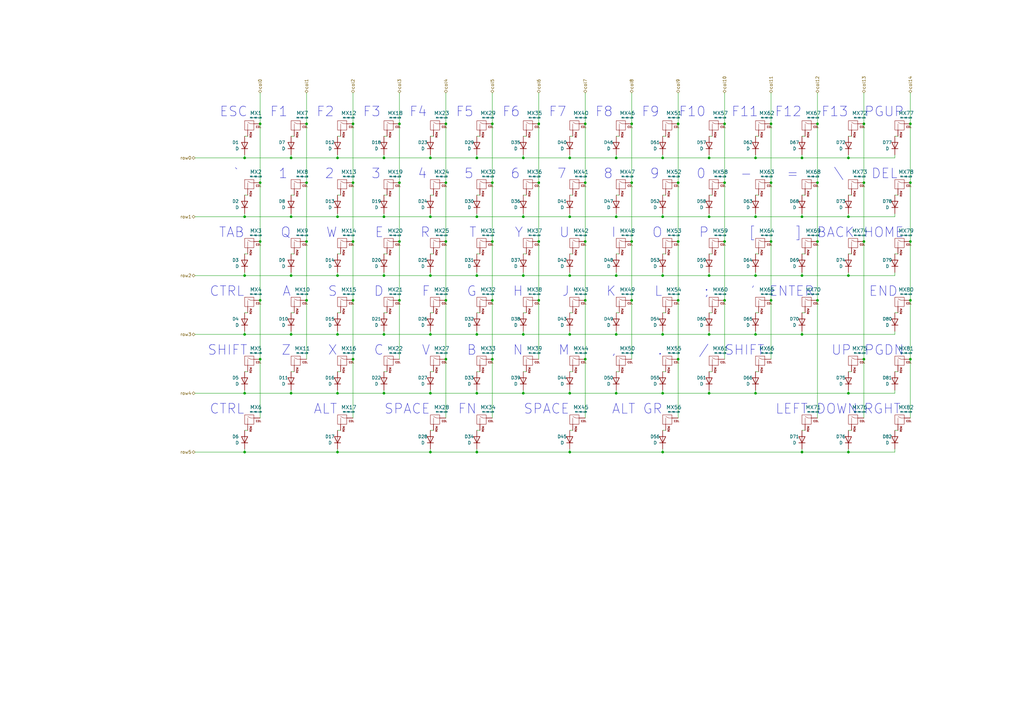
<source format=kicad_sch>
(kicad_sch (version 20211123) (generator eeschema)
  (paper "A3")
  (junction (at 354.33 50.8))
  (junction (at 119.38 88.9))
  (junction (at 163.83 74.93))
  (junction (at 119.38 137.16))
  (junction (at 100.33 137.16))
  (junction (at 100.33 185.42))
  (junction (at 354.33 99.06))
  (junction (at 233.68 113.03))
  (junction (at 182.88 99.06))
  (junction (at 163.83 50.8))
  (junction (at 176.53 88.9))
  (junction (at 271.78 161.29))
  (junction (at 328.93 88.9))
  (junction (at 259.08 123.19))
  (junction (at 335.28 99.06))
  (junction (at 144.78 99.06))
  (junction (at 119.38 113.03))
  (junction (at 309.88 161.29))
  (junction (at 252.73 113.03))
  (junction (at 278.13 147.32))
  (junction (at 220.98 74.93))
  (junction (at 176.53 161.29))
  (junction (at 214.63 88.9))
  (junction (at 106.68 123.19))
  (junction (at 119.38 64.77))
  (junction (at 259.08 99.06))
  (junction (at 373.38 147.32))
  (junction (at 195.58 137.16))
  (junction (at 125.73 74.93))
  (junction (at 316.23 99.06))
  (junction (at 201.93 123.19))
  (junction (at 271.78 64.77))
  (junction (at 163.83 123.19))
  (junction (at 335.28 74.93))
  (junction (at 278.13 50.8))
  (junction (at 201.93 99.06))
  (junction (at 220.98 50.8))
  (junction (at 214.63 64.77))
  (junction (at 176.53 113.03))
  (junction (at 182.88 50.8))
  (junction (at 290.83 137.16))
  (junction (at 290.83 64.77))
  (junction (at 309.88 113.03))
  (junction (at 347.98 64.77))
  (junction (at 214.63 113.03))
  (junction (at 125.73 50.8))
  (junction (at 106.68 74.93))
  (junction (at 259.08 50.8))
  (junction (at 214.63 137.16))
  (junction (at 182.88 123.19))
  (junction (at 297.18 50.8))
  (junction (at 195.58 64.77))
  (junction (at 125.73 99.06))
  (junction (at 328.93 64.77))
  (junction (at 297.18 99.06))
  (junction (at 220.98 123.19))
  (junction (at 335.28 50.8))
  (junction (at 278.13 123.19))
  (junction (at 157.48 64.77))
  (junction (at 195.58 88.9))
  (junction (at 347.98 161.29))
  (junction (at 176.53 185.42))
  (junction (at 354.33 147.32))
  (junction (at 182.88 74.93))
  (junction (at 297.18 123.19))
  (junction (at 106.68 50.8))
  (junction (at 144.78 74.93))
  (junction (at 290.83 88.9))
  (junction (at 240.03 147.32))
  (junction (at 138.43 88.9))
  (junction (at 328.93 113.03))
  (junction (at 347.98 88.9))
  (junction (at 201.93 50.8))
  (junction (at 328.93 137.16))
  (junction (at 125.73 123.19))
  (junction (at 144.78 50.8))
  (junction (at 100.33 64.77))
  (junction (at 195.58 161.29))
  (junction (at 316.23 123.19))
  (junction (at 373.38 99.06))
  (junction (at 176.53 137.16))
  (junction (at 271.78 185.42))
  (junction (at 233.68 161.29))
  (junction (at 233.68 88.9))
  (junction (at 252.73 64.77))
  (junction (at 233.68 137.16))
  (junction (at 271.78 137.16))
  (junction (at 138.43 137.16))
  (junction (at 240.03 99.06))
  (junction (at 259.08 74.93))
  (junction (at 252.73 161.29))
  (junction (at 347.98 185.42))
  (junction (at 271.78 113.03))
  (junction (at 138.43 113.03))
  (junction (at 252.73 137.16))
  (junction (at 278.13 74.93))
  (junction (at 100.33 113.03))
  (junction (at 373.38 74.93))
  (junction (at 373.38 50.8))
  (junction (at 144.78 123.19))
  (junction (at 233.68 185.42))
  (junction (at 144.78 147.32))
  (junction (at 138.43 161.29))
  (junction (at 157.48 161.29))
  (junction (at 316.23 74.93))
  (junction (at 106.68 147.32))
  (junction (at 163.83 99.06))
  (junction (at 328.93 185.42))
  (junction (at 252.73 88.9))
  (junction (at 309.88 137.16))
  (junction (at 182.88 147.32))
  (junction (at 214.63 161.29))
  (junction (at 195.58 113.03))
  (junction (at 138.43 185.42))
  (junction (at 354.33 74.93))
  (junction (at 335.28 123.19))
  (junction (at 119.38 161.29))
  (junction (at 297.18 74.93))
  (junction (at 278.13 99.06))
  (junction (at 201.93 147.32))
  (junction (at 240.03 123.19))
  (junction (at 233.68 64.77))
  (junction (at 290.83 161.29))
  (junction (at 309.88 88.9))
  (junction (at 347.98 113.03))
  (junction (at 157.48 113.03))
  (junction (at 157.48 88.9))
  (junction (at 201.93 74.93))
  (junction (at 106.68 99.06))
  (junction (at 220.98 99.06))
  (junction (at 240.03 74.93))
  (junction (at 176.53 64.77))
  (junction (at 195.58 185.42))
  (junction (at 290.83 113.03))
  (junction (at 240.03 50.8))
  (junction (at 100.33 161.29))
  (junction (at 373.38 123.19))
  (junction (at 271.78 88.9))
  (junction (at 100.33 88.9))
  (junction (at 316.23 50.8))
  (junction (at 309.88 64.77))
  (junction (at 138.43 64.77))
  (junction (at 157.48 137.16))
  (wire (pts (xy 119.38 128.27) (xy 120.65 128.27)))
  (wire (pts (xy 163.83 50.8) (xy 163.83 74.93)))
  (wire (pts (xy 271.78 111.76) (xy 271.78 113.03)))
  (wire (pts (xy 373.38 147.32) (xy 373.38 171.45)))
  (wire (pts (xy 290.83 161.29) (xy 309.88 161.29)))
  (wire (pts (xy 176.53 160.02) (xy 176.53 161.29)))
  (wire (pts (xy 328.93 137.16) (xy 367.03 137.16)))
  (wire (pts (xy 347.98 113.03) (xy 367.03 113.03)))
  (wire (pts (xy 182.88 74.93) (xy 182.88 99.06)))
  (wire (pts (xy 157.48 63.5) (xy 157.48 64.77)))
  (wire (pts (xy 176.53 137.16) (xy 195.58 137.16)))
  (wire (pts (xy 176.53 55.88) (xy 177.8 55.88)))
  (wire (pts (xy 119.38 161.29) (xy 138.43 161.29)))
  (wire (pts (xy 309.88 160.02) (xy 309.88 161.29)))
  (wire (pts (xy 176.53 184.15) (xy 176.53 185.42)))
  (wire (pts (xy 195.58 137.16) (xy 214.63 137.16)))
  (wire (pts (xy 347.98 80.01) (xy 349.25 80.01)))
  (wire (pts (xy 290.83 113.03) (xy 309.88 113.03)))
  (wire (pts (xy 278.13 123.19) (xy 278.13 147.32)))
  (wire (pts (xy 252.73 161.29) (xy 271.78 161.29)))
  (wire (pts (xy 233.68 128.27) (xy 234.95 128.27)))
  (wire (pts (xy 100.33 63.5) (xy 100.33 64.77)))
  (wire (pts (xy 100.33 161.29) (xy 119.38 161.29)))
  (wire (pts (xy 290.83 63.5) (xy 290.83 64.77)))
  (wire (pts (xy 119.38 152.4) (xy 120.65 152.4)))
  (wire (pts (xy 252.73 55.88) (xy 254 55.88)))
  (wire (pts (xy 290.83 137.16) (xy 309.88 137.16)))
  (wire (pts (xy 309.88 55.88) (xy 311.15 55.88)))
  (wire (pts (xy 271.78 137.16) (xy 290.83 137.16)))
  (wire (pts (xy 144.78 74.93) (xy 144.78 99.06)))
  (wire (pts (xy 201.93 74.93) (xy 201.93 99.06)))
  (wire (pts (xy 335.28 74.93) (xy 335.28 99.06)))
  (wire (pts (xy 328.93 111.76) (xy 328.93 113.03)))
  (wire (pts (xy 106.68 123.19) (xy 106.68 147.32)))
  (wire (pts (xy 138.43 63.5) (xy 138.43 64.77)))
  (wire (pts (xy 252.73 64.77) (xy 271.78 64.77)))
  (wire (pts (xy 176.53 63.5) (xy 176.53 64.77)))
  (wire (pts (xy 240.03 123.19) (xy 240.03 147.32)))
  (wire (pts (xy 252.73 152.4) (xy 254 152.4)))
  (wire (pts (xy 195.58 63.5) (xy 195.58 64.77)))
  (wire (pts (xy 271.78 135.89) (xy 271.78 137.16)))
  (wire (pts (xy 106.68 38.1) (xy 106.68 50.8)))
  (wire (pts (xy 138.43 88.9) (xy 157.48 88.9)))
  (wire (pts (xy 347.98 88.9) (xy 367.03 88.9)))
  (wire (pts (xy 354.33 74.93) (xy 354.33 99.06)))
  (wire (pts (xy 240.03 74.93) (xy 240.03 99.06)))
  (wire (pts (xy 176.53 161.29) (xy 195.58 161.29)))
  (wire (pts (xy 138.43 185.42) (xy 176.53 185.42)))
  (wire (pts (xy 271.78 64.77) (xy 290.83 64.77)))
  (wire (pts (xy 195.58 128.27) (xy 196.85 128.27)))
  (wire (pts (xy 138.43 152.4) (xy 139.7 152.4)))
  (wire (pts (xy 157.48 135.89) (xy 157.48 137.16)))
  (wire (pts (xy 80.01 88.9) (xy 100.33 88.9)))
  (wire (pts (xy 271.78 128.27) (xy 273.05 128.27)))
  (wire (pts (xy 100.33 113.03) (xy 119.38 113.03)))
  (wire (pts (xy 119.38 111.76) (xy 119.38 113.03)))
  (wire (pts (xy 252.73 137.16) (xy 271.78 137.16)))
  (wire (pts (xy 290.83 160.02) (xy 290.83 161.29)))
  (wire (pts (xy 138.43 161.29) (xy 157.48 161.29)))
  (wire (pts (xy 347.98 104.14) (xy 349.25 104.14)))
  (wire (pts (xy 367.03 111.76) (xy 367.03 113.03)))
  (wire (pts (xy 195.58 176.53) (xy 196.85 176.53)))
  (wire (pts (xy 176.53 152.4) (xy 177.8 152.4)))
  (wire (pts (xy 157.48 104.14) (xy 158.75 104.14)))
  (wire (pts (xy 278.13 74.93) (xy 278.13 99.06)))
  (wire (pts (xy 367.03 176.53) (xy 368.3 176.53)))
  (wire (pts (xy 233.68 64.77) (xy 252.73 64.77)))
  (wire (pts (xy 271.78 104.14) (xy 273.05 104.14)))
  (wire (pts (xy 233.68 184.15) (xy 233.68 185.42)))
  (wire (pts (xy 80.01 161.29) (xy 100.33 161.29)))
  (wire (pts (xy 335.28 50.8) (xy 335.28 74.93)))
  (wire (pts (xy 259.08 38.1) (xy 259.08 50.8)))
  (wire (pts (xy 233.68 152.4) (xy 234.95 152.4)))
  (wire (pts (xy 176.53 185.42) (xy 195.58 185.42)))
  (wire (pts (xy 201.93 99.06) (xy 201.93 123.19)))
  (wire (pts (xy 195.58 55.88) (xy 196.85 55.88)))
  (wire (pts (xy 163.83 99.06) (xy 163.83 123.19)))
  (wire (pts (xy 309.88 111.76) (xy 309.88 113.03)))
  (wire (pts (xy 316.23 50.8) (xy 316.23 74.93)))
  (wire (pts (xy 125.73 74.93) (xy 125.73 99.06)))
  (wire (pts (xy 201.93 123.19) (xy 201.93 147.32)))
  (wire (pts (xy 157.48 88.9) (xy 176.53 88.9)))
  (wire (pts (xy 80.01 185.42) (xy 100.33 185.42)))
  (wire (pts (xy 214.63 152.4) (xy 215.9 152.4)))
  (wire (pts (xy 309.88 87.63) (xy 309.88 88.9)))
  (wire (pts (xy 157.48 80.01) (xy 158.75 80.01)))
  (wire (pts (xy 233.68 111.76) (xy 233.68 113.03)))
  (wire (pts (xy 214.63 63.5) (xy 214.63 64.77)))
  (wire (pts (xy 201.93 50.8) (xy 201.93 74.93)))
  (wire (pts (xy 367.03 87.63) (xy 367.03 88.9)))
  (wire (pts (xy 100.33 55.88) (xy 101.6 55.88)))
  (wire (pts (xy 144.78 123.19) (xy 144.78 147.32)))
  (wire (pts (xy 119.38 160.02) (xy 119.38 161.29)))
  (wire (pts (xy 138.43 104.14) (xy 139.7 104.14)))
  (wire (pts (xy 347.98 160.02) (xy 347.98 161.29)))
  (wire (pts (xy 309.88 104.14) (xy 311.15 104.14)))
  (wire (pts (xy 195.58 135.89) (xy 195.58 137.16)))
  (wire (pts (xy 328.93 185.42) (xy 347.98 185.42)))
  (wire (pts (xy 240.03 50.8) (xy 240.03 74.93)))
  (wire (pts (xy 271.78 161.29) (xy 290.83 161.29)))
  (wire (pts (xy 290.83 80.01) (xy 292.1 80.01)))
  (wire (pts (xy 328.93 80.01) (xy 330.2 80.01)))
  (wire (pts (xy 373.38 74.93) (xy 373.38 99.06)))
  (wire (pts (xy 233.68 88.9) (xy 252.73 88.9)))
  (wire (pts (xy 271.78 55.88) (xy 273.05 55.88)))
  (wire (pts (xy 125.73 99.06) (xy 125.73 123.19)))
  (wire (pts (xy 119.38 55.88) (xy 120.65 55.88)))
  (wire (pts (xy 297.18 50.8) (xy 297.18 74.93)))
  (wire (pts (xy 240.03 99.06) (xy 240.03 123.19)))
  (wire (pts (xy 195.58 184.15) (xy 195.58 185.42)))
  (wire (pts (xy 271.78 87.63) (xy 271.78 88.9)))
  (wire (pts (xy 367.03 55.88) (xy 368.3 55.88)))
  (wire (pts (xy 220.98 123.19) (xy 220.98 147.32)))
  (wire (pts (xy 176.53 128.27) (xy 177.8 128.27)))
  (wire (pts (xy 119.38 104.14) (xy 120.65 104.14)))
  (wire (pts (xy 233.68 55.88) (xy 234.95 55.88)))
  (wire (pts (xy 373.38 123.19) (xy 373.38 147.32)))
  (wire (pts (xy 157.48 161.29) (xy 176.53 161.29)))
  (wire (pts (xy 214.63 137.16) (xy 233.68 137.16)))
  (wire (pts (xy 138.43 55.88) (xy 139.7 55.88)))
  (wire (pts (xy 290.83 64.77) (xy 309.88 64.77)))
  (wire (pts (xy 157.48 55.88) (xy 158.75 55.88)))
  (wire (pts (xy 195.58 161.29) (xy 214.63 161.29)))
  (wire (pts (xy 354.33 38.1) (xy 354.33 50.8)))
  (wire (pts (xy 328.93 113.03) (xy 347.98 113.03)))
  (wire (pts (xy 233.68 161.29) (xy 252.73 161.29)))
  (wire (pts (xy 195.58 88.9) (xy 214.63 88.9)))
  (wire (pts (xy 100.33 80.01) (xy 101.6 80.01)))
  (wire (pts (xy 354.33 147.32) (xy 354.33 171.45)))
  (wire (pts (xy 316.23 74.93) (xy 316.23 99.06)))
  (wire (pts (xy 214.63 104.14) (xy 215.9 104.14)))
  (wire (pts (xy 100.33 152.4) (xy 101.6 152.4)))
  (wire (pts (xy 80.01 64.77) (xy 100.33 64.77)))
  (wire (pts (xy 347.98 64.77) (xy 367.03 64.77)))
  (wire (pts (xy 328.93 104.14) (xy 330.2 104.14)))
  (wire (pts (xy 100.33 160.02) (xy 100.33 161.29)))
  (wire (pts (xy 214.63 87.63) (xy 214.63 88.9)))
  (wire (pts (xy 80.01 113.03) (xy 100.33 113.03)))
  (wire (pts (xy 214.63 160.02) (xy 214.63 161.29)))
  (wire (pts (xy 347.98 161.29) (xy 367.03 161.29)))
  (wire (pts (xy 259.08 123.19) (xy 259.08 147.32)))
  (wire (pts (xy 290.83 111.76) (xy 290.83 113.03)))
  (wire (pts (xy 252.73 104.14) (xy 254 104.14)))
  (wire (pts (xy 290.83 87.63) (xy 290.83 88.9)))
  (wire (pts (xy 195.58 152.4) (xy 196.85 152.4)))
  (wire (pts (xy 125.73 123.19) (xy 125.73 147.32)))
  (wire (pts (xy 252.73 63.5) (xy 252.73 64.77)))
  (wire (pts (xy 176.53 80.01) (xy 177.8 80.01)))
  (wire (pts (xy 347.98 63.5) (xy 347.98 64.77)))
  (wire (pts (xy 367.03 128.27) (xy 368.3 128.27)))
  (wire (pts (xy 252.73 87.63) (xy 252.73 88.9)))
  (wire (pts (xy 309.88 80.01) (xy 311.15 80.01)))
  (wire (pts (xy 119.38 80.01) (xy 120.65 80.01)))
  (wire (pts (xy 176.53 88.9) (xy 195.58 88.9)))
  (wire (pts (xy 106.68 50.8) (xy 106.68 74.93)))
  (wire (pts (xy 138.43 64.77) (xy 157.48 64.77)))
  (wire (pts (xy 176.53 135.89) (xy 176.53 137.16)))
  (wire (pts (xy 80.01 137.16) (xy 100.33 137.16)))
  (wire (pts (xy 271.78 184.15) (xy 271.78 185.42)))
  (wire (pts (xy 297.18 74.93) (xy 297.18 99.06)))
  (wire (pts (xy 259.08 99.06) (xy 259.08 123.19)))
  (wire (pts (xy 157.48 113.03) (xy 176.53 113.03)))
  (wire (pts (xy 328.93 64.77) (xy 347.98 64.77)))
  (wire (pts (xy 220.98 38.1) (xy 220.98 50.8)))
  (wire (pts (xy 100.33 104.14) (xy 101.6 104.14)))
  (wire (pts (xy 290.83 135.89) (xy 290.83 137.16)))
  (wire (pts (xy 252.73 80.01) (xy 254 80.01)))
  (wire (pts (xy 278.13 38.1) (xy 278.13 50.8)))
  (wire (pts (xy 144.78 147.32) (xy 144.78 171.45)))
  (wire (pts (xy 347.98 111.76) (xy 347.98 113.03)))
  (wire (pts (xy 144.78 38.1) (xy 144.78 50.8)))
  (wire (pts (xy 271.78 185.42) (xy 328.93 185.42)))
  (wire (pts (xy 259.08 50.8) (xy 259.08 74.93)))
  (wire (pts (xy 233.68 80.01) (xy 234.95 80.01)))
  (wire (pts (xy 252.73 111.76) (xy 252.73 113.03)))
  (wire (pts (xy 290.83 152.4) (xy 292.1 152.4)))
  (wire (pts (xy 233.68 87.63) (xy 233.68 88.9)))
  (wire (pts (xy 233.68 113.03) (xy 252.73 113.03)))
  (wire (pts (xy 100.33 64.77) (xy 119.38 64.77)))
  (wire (pts (xy 240.03 147.32) (xy 240.03 171.45)))
  (wire (pts (xy 328.93 135.89) (xy 328.93 137.16)))
  (wire (pts (xy 328.93 55.88) (xy 330.2 55.88)))
  (wire (pts (xy 214.63 161.29) (xy 233.68 161.29)))
  (wire (pts (xy 316.23 38.1) (xy 316.23 50.8)))
  (wire (pts (xy 138.43 128.27) (xy 139.7 128.27)))
  (wire (pts (xy 195.58 185.42) (xy 233.68 185.42)))
  (wire (pts (xy 271.78 88.9) (xy 290.83 88.9)))
  (wire (pts (xy 271.78 80.01) (xy 273.05 80.01)))
  (wire (pts (xy 106.68 147.32) (xy 106.68 171.45)))
  (wire (pts (xy 157.48 152.4) (xy 158.75 152.4)))
  (wire (pts (xy 100.33 135.89) (xy 100.33 137.16)))
  (wire (pts (xy 367.03 80.01) (xy 368.3 80.01)))
  (wire (pts (xy 182.88 50.8) (xy 182.88 74.93)))
  (wire (pts (xy 119.38 88.9) (xy 138.43 88.9)))
  (wire (pts (xy 309.88 64.77) (xy 328.93 64.77)))
  (wire (pts (xy 367.03 104.14) (xy 368.3 104.14)))
  (wire (pts (xy 309.88 135.89) (xy 309.88 137.16)))
  (wire (pts (xy 214.63 80.01) (xy 215.9 80.01)))
  (wire (pts (xy 309.88 63.5) (xy 309.88 64.77)))
  (wire (pts (xy 367.03 152.4) (xy 368.3 152.4)))
  (wire (pts (xy 309.88 128.27) (xy 311.15 128.27)))
  (wire (pts (xy 214.63 55.88) (xy 215.9 55.88)))
  (wire (pts (xy 354.33 99.06) (xy 354.33 147.32)))
  (wire (pts (xy 176.53 64.77) (xy 195.58 64.77)))
  (wire (pts (xy 195.58 64.77) (xy 214.63 64.77)))
  (wire (pts (xy 138.43 160.02) (xy 138.43 161.29)))
  (wire (pts (xy 290.83 55.88) (xy 292.1 55.88)))
  (wire (pts (xy 100.33 185.42) (xy 138.43 185.42)))
  (wire (pts (xy 119.38 135.89) (xy 119.38 137.16)))
  (wire (pts (xy 119.38 64.77) (xy 138.43 64.77)))
  (wire (pts (xy 233.68 176.53) (xy 234.95 176.53)))
  (wire (pts (xy 163.83 74.93) (xy 163.83 99.06)))
  (wire (pts (xy 328.93 176.53) (xy 330.2 176.53)))
  (wire (pts (xy 328.93 88.9) (xy 347.98 88.9)))
  (wire (pts (xy 252.73 88.9) (xy 271.78 88.9)))
  (wire (pts (xy 144.78 50.8) (xy 144.78 74.93)))
  (wire (pts (xy 214.63 128.27) (xy 215.9 128.27)))
  (wire (pts (xy 367.03 184.15) (xy 367.03 185.42)))
  (wire (pts (xy 138.43 176.53) (xy 139.7 176.53)))
  (wire (pts (xy 176.53 176.53) (xy 177.8 176.53)))
  (wire (pts (xy 240.03 38.1) (xy 240.03 50.8)))
  (wire (pts (xy 138.43 111.76) (xy 138.43 113.03)))
  (wire (pts (xy 347.98 87.63) (xy 347.98 88.9)))
  (wire (pts (xy 138.43 137.16) (xy 157.48 137.16)))
  (wire (pts (xy 195.58 160.02) (xy 195.58 161.29)))
  (wire (pts (xy 214.63 88.9) (xy 233.68 88.9)))
  (wire (pts (xy 100.33 88.9) (xy 119.38 88.9)))
  (wire (pts (xy 176.53 113.03) (xy 195.58 113.03)))
  (wire (pts (xy 125.73 50.8) (xy 125.73 74.93)))
  (wire (pts (xy 252.73 113.03) (xy 271.78 113.03)))
  (wire (pts (xy 233.68 160.02) (xy 233.68 161.29)))
  (wire (pts (xy 195.58 104.14) (xy 196.85 104.14)))
  (wire (pts (xy 309.88 113.03) (xy 328.93 113.03)))
  (wire (pts (xy 271.78 160.02) (xy 271.78 161.29)))
  (wire (pts (xy 214.63 111.76) (xy 214.63 113.03)))
  (wire (pts (xy 335.28 38.1) (xy 335.28 50.8)))
  (wire (pts (xy 335.28 99.06) (xy 335.28 123.19)))
  (wire (pts (xy 106.68 99.06) (xy 106.68 123.19)))
  (wire (pts (xy 347.98 184.15) (xy 347.98 185.42)))
  (wire (pts (xy 354.33 50.8) (xy 354.33 74.93)))
  (wire (pts (xy 138.43 135.89) (xy 138.43 137.16)))
  (wire (pts (xy 309.88 152.4) (xy 311.15 152.4)))
  (wire (pts (xy 290.83 88.9) (xy 309.88 88.9)))
  (wire (pts (xy 373.38 50.8) (xy 373.38 74.93)))
  (wire (pts (xy 176.53 111.76) (xy 176.53 113.03)))
  (wire (pts (xy 195.58 80.01) (xy 196.85 80.01)))
  (wire (pts (xy 144.78 99.06) (xy 144.78 123.19)))
  (wire (pts (xy 201.93 38.1) (xy 201.93 50.8)))
  (wire (pts (xy 125.73 38.1) (xy 125.73 50.8)))
  (wire (pts (xy 290.83 128.27) (xy 292.1 128.27)))
  (wire (pts (xy 233.68 135.89) (xy 233.68 137.16)))
  (wire (pts (xy 138.43 87.63) (xy 138.43 88.9)))
  (wire (pts (xy 347.98 152.4) (xy 349.25 152.4)))
  (wire (pts (xy 157.48 64.77) (xy 176.53 64.77)))
  (wire (pts (xy 176.53 104.14) (xy 177.8 104.14)))
  (wire (pts (xy 220.98 50.8) (xy 220.98 74.93)))
  (wire (pts (xy 328.93 128.27) (xy 330.2 128.27)))
  (wire (pts (xy 278.13 50.8) (xy 278.13 74.93)))
  (wire (pts (xy 220.98 74.93) (xy 220.98 99.06)))
  (wire (pts (xy 271.78 63.5) (xy 271.78 64.77)))
  (wire (pts (xy 220.98 99.06) (xy 220.98 123.19)))
  (wire (pts (xy 119.38 137.16) (xy 138.43 137.16)))
  (wire (pts (xy 182.88 123.19) (xy 182.88 147.32)))
  (wire (pts (xy 367.03 63.5) (xy 367.03 64.77)))
  (wire (pts (xy 252.73 128.27) (xy 254 128.27)))
  (wire (pts (xy 214.63 135.89) (xy 214.63 137.16)))
  (wire (pts (xy 252.73 160.02) (xy 252.73 161.29)))
  (wire (pts (xy 328.93 63.5) (xy 328.93 64.77)))
  (wire (pts (xy 347.98 176.53) (xy 349.25 176.53)))
  (wire (pts (xy 201.93 147.32) (xy 201.93 171.45)))
  (wire (pts (xy 347.98 55.88) (xy 349.25 55.88)))
  (wire (pts (xy 100.33 87.63) (xy 100.33 88.9)))
  (wire (pts (xy 252.73 135.89) (xy 252.73 137.16)))
  (wire (pts (xy 233.68 185.42) (xy 271.78 185.42)))
  (wire (pts (xy 182.88 147.32) (xy 182.88 171.45)))
  (wire (pts (xy 367.03 160.02) (xy 367.03 161.29)))
  (wire (pts (xy 290.83 104.14) (xy 292.1 104.14)))
  (wire (pts (xy 259.08 74.93) (xy 259.08 99.06)))
  (wire (pts (xy 100.33 137.16) (xy 119.38 137.16)))
  (wire (pts (xy 106.68 74.93) (xy 106.68 99.06)))
  (wire (pts (xy 297.18 99.06) (xy 297.18 123.19)))
  (wire (pts (xy 278.13 147.32) (xy 278.13 171.45)))
  (wire (pts (xy 309.88 161.29) (xy 347.98 161.29)))
  (wire (pts (xy 163.83 38.1) (xy 163.83 50.8)))
  (wire (pts (xy 328.93 87.63) (xy 328.93 88.9)))
  (wire (pts (xy 157.48 160.02) (xy 157.48 161.29)))
  (wire (pts (xy 373.38 99.06) (xy 373.38 123.19)))
  (wire (pts (xy 335.28 123.19) (xy 335.28 171.45)))
  (wire (pts (xy 328.93 184.15) (xy 328.93 185.42)))
  (wire (pts (xy 100.33 184.15) (xy 100.33 185.42)))
  (wire (pts (xy 278.13 99.06) (xy 278.13 123.19)))
  (wire (pts (xy 367.03 135.89) (xy 367.03 137.16)))
  (wire (pts (xy 297.18 38.1) (xy 297.18 50.8)))
  (wire (pts (xy 233.68 104.14) (xy 234.95 104.14)))
  (wire (pts (xy 309.88 88.9) (xy 328.93 88.9)))
  (wire (pts (xy 138.43 80.01) (xy 139.7 80.01)))
  (wire (pts (xy 316.23 123.19) (xy 316.23 147.32)))
  (wire (pts (xy 100.33 176.53) (xy 101.6 176.53)))
  (wire (pts (xy 138.43 184.15) (xy 138.43 185.42)))
  (wire (pts (xy 297.18 123.19) (xy 297.18 147.32)))
  (wire (pts (xy 138.43 113.03) (xy 157.48 113.03)))
  (wire (pts (xy 214.63 113.03) (xy 233.68 113.03)))
  (wire (pts (xy 100.33 111.76) (xy 100.33 113.03)))
  (wire (pts (xy 347.98 185.42) (xy 367.03 185.42)))
  (wire (pts (xy 157.48 137.16) (xy 176.53 137.16)))
  (wire (pts (xy 233.68 137.16) (xy 252.73 137.16)))
  (wire (pts (xy 119.38 63.5) (xy 119.38 64.77)))
  (wire (pts (xy 233.68 63.5) (xy 233.68 64.77)))
  (wire (pts (xy 214.63 64.77) (xy 233.68 64.77)))
  (wire (pts (xy 119.38 113.03) (xy 138.43 113.03)))
  (wire (pts (xy 163.83 123.19) (xy 163.83 147.32)))
  (wire (pts (xy 157.48 128.27) (xy 158.75 128.27)))
  (wire (pts (xy 271.78 152.4) (xy 273.05 152.4)))
  (wire (pts (xy 176.53 87.63) (xy 176.53 88.9)))
  (wire (pts (xy 373.38 38.1) (xy 373.38 50.8)))
  (wire (pts (xy 195.58 87.63) (xy 195.58 88.9)))
  (wire (pts (xy 271.78 176.53) (xy 273.05 176.53)))
  (wire (pts (xy 100.33 128.27) (xy 101.6 128.27)))
  (wire (pts (xy 119.38 87.63) (xy 119.38 88.9)))
  (wire (pts (xy 316.23 99.06) (xy 316.23 123.19)))
  (wire (pts (xy 182.88 99.06) (xy 182.88 123.19)))
  (wire (pts (xy 309.88 137.16) (xy 328.93 137.16)))
  (wire (pts (xy 271.78 113.03) (xy 290.83 113.03)))
  (wire (pts (xy 182.88 38.1) (xy 182.88 50.8)))
  (wire (pts (xy 157.48 87.63) (xy 157.48 88.9)))
  (wire (pts (xy 157.48 111.76) (xy 157.48 113.03)))
  (wire (pts (xy 195.58 113.03) (xy 214.63 113.03)))
  (wire (pts (xy 195.58 111.76) (xy 195.58 113.03)))
  (text "F6" (at 213.36 48.26 180) (effects (font (size 3.9878 3.9878)) (justify right bottom)))
  (text "P" (at 290.83 97.79 180) (effects (font (size 3.9878 3.9878)) (justify right bottom)))
  (text "L" (at 271.78 121.92 180) (effects (font (size 3.9878 3.9878)) (justify right bottom)))
  (text "D" (at 157.48 121.92 180) (effects (font (size 3.9878 3.9878)) (justify right bottom)))
  (text "=" (at 327.66 73.66 180) (effects (font (size 3.9878 3.9878)) (justify right bottom)))
  (text "CTRL" (at 100.33 170.18 180) (effects (font (size 3.9878 3.9878)) (justify right bottom)))
  (text "F3" (at 156.21 48.26 180) (effects (font (size 3.9878 3.9878)) (justify right bottom)))
  (text "T" (at 195.58 97.79 180) (effects (font (size 3.9878 3.9878)) (justify right bottom)))
  (text "F9" (at 270.51 48.26 180) (effects (font (size 3.9878 3.9878)) (justify right bottom)))
  (text "SHIFT" (at 313.69 146.05 180) (effects (font (size 3.9878 3.9878)) (justify right bottom)))
  (text "S" (at 138.43 121.92 180) (effects (font (size 3.9878 3.9878)) (justify right bottom)))
  (text "4" (at 175.26 73.66 180) (effects (font (size 3.9878 3.9878)) (justify right bottom)))
  (text "X" (at 138.43 146.05 180) (effects (font (size 3.9878 3.9878)) (justify right bottom)))
  (text "M" (at 233.68 146.05 180) (effects (font (size 3.9878 3.9878)) (justify right bottom)))
  (text "U" (at 233.68 97.79 180) (effects (font (size 3.9878 3.9878)) (justify right bottom)))
  (text "[" (at 309.88 97.79 180) (effects (font (size 3.9878 3.9878)) (justify right bottom)))
  (text "R" (at 176.53 97.79 180) (effects (font (size 3.9878 3.9878)) (justify right bottom)))
  (text "B" (at 195.58 146.05 180) (effects (font (size 3.9878 3.9878)) (justify right bottom)))
  (text "ALT" (at 138.43 170.18 180) (effects (font (size 3.9878 3.9878)) (justify right bottom)))
  (text "E" (at 157.48 97.79 180) (effects (font (size 3.9878 3.9878)) (justify right bottom)))
  (text "0" (at 289.56 73.66 180) (effects (font (size 3.9878 3.9878)) (justify right bottom)))
  (text "K" (at 252.73 121.92 180) (effects (font (size 3.9878 3.9878)) (justify right bottom)))
  (text "I" (at 252.73 97.79 180) (effects (font (size 3.9878 3.9878)) (justify right bottom)))
  (text "F10" (at 289.56 48.26 180) (effects (font (size 3.9878 3.9878)) (justify right bottom)))
  (text "H" (at 214.63 121.92 180) (effects (font (size 3.9878 3.9878)) (justify right bottom)))
  (text "F4" (at 175.26 48.26 180) (effects (font (size 3.9878 3.9878)) (justify right bottom)))
  (text "," (at 252.73 146.05 180) (effects (font (size 3.9878 3.9878)) (justify right bottom)))
  (text "UP" (at 349.25 146.05 180) (effects (font (size 3.9878 3.9878)) (justify right bottom)))
  (text "DOWN" (at 351.79 170.18 180) (effects (font (size 3.9878 3.9878)) (justify right bottom)))
  (text "." (at 271.78 146.05 180) (effects (font (size 3.9878 3.9878)) (justify right bottom)))
  (text "F2" (at 137.16 48.26 180) (effects (font (size 3.9878 3.9878)) (justify right bottom)))
  (text "ESC" (at 101.6 48.26 180) (effects (font (size 3.9878 3.9878)) (justify right bottom)))
  (text "TAB" (at 100.33 97.79 180) (effects (font (size 3.9878 3.9878)) (justify right bottom)))
  (text "\\" (at 345.44 73.66 180) (effects (font (size 3.9878 3.9878)) (justify right bottom)))
  (text "PGDN" (at 370.84 146.05 180) (effects (font (size 3.9878 3.9878)) (justify right bottom)))
  (text "O" (at 271.78 97.79 180) (effects (font (size 3.9878 3.9878)) (justify right bottom)))
  (text "HOME" (at 370.84 97.79 180) (effects (font (size 3.9878 3.9878)) (justify right bottom)))
  (text "W" (at 138.43 97.79 180) (effects (font (size 3.9878 3.9878)) (justify right bottom)))
  (text "DEL" (at 368.3 73.66 180) (effects (font (size 3.9878 3.9878)) (justify right bottom)))
  (text "LEFT" (at 331.47 170.18 180) (effects (font (size 3.9878 3.9878)) (justify right bottom)))
  (text "F11" (at 311.15 48.26 180) (effects (font (size 3.9878 3.9878)) (justify right bottom)))
  (text "SPACE" (at 233.68 170.18 180) (effects (font (size 3.9878 3.9878)) (justify right bottom)))
  (text "F1" (at 118.11 48.26 180) (effects (font (size 3.9878 3.9878)) (justify right bottom)))
  (text "9" (at 270.51 73.66 180) (effects (font (size 3.9878 3.9878)) (justify right bottom)))
  (text "ALT GR" (at 271.78 170.18 180) (effects (font (size 3.9878 3.9878)) (justify right bottom)))
  (text "F12" (at 328.93 48.26 180) (effects (font (size 3.9878 3.9878)) (justify right bottom)))
  (text "F" (at 176.53 121.92 180) (effects (font (size 3.9878 3.9878)) (justify right bottom)))
  (text "RGHT" (at 369.57 170.18 180) (effects (font (size 3.9878 3.9878)) (justify right bottom)))
  (text "8" (at 251.46 73.66 180) (effects (font (size 3.9878 3.9878)) (justify right bottom)))
  (text "Z" (at 119.38 146.05 180) (effects (font (size 3.9878 3.9878)) (justify right bottom)))
  (text "`" (at 97.79 73.66 180) (effects (font (size 3.9878 3.9878)) (justify right bottom)))
  (text "]" (at 328.93 97.79 180) (effects (font (size 3.9878 3.9878)) (justify right bottom)))
  (text "N" (at 214.63 146.05 180) (effects (font (size 3.9878 3.9878)) (justify right bottom)))
  (text ";" (at 290.83 121.92 180) (effects (font (size 3.9878 3.9878)) (justify right bottom)))
  (text "SHIFT" (at 101.6 146.05 180) (effects (font (size 3.9878 3.9878)) (justify right bottom)))
  (text "C" (at 157.48 146.05 180) (effects (font (size 3.9878 3.9878)) (justify right bottom)))
  (text "END" (at 368.3 121.92 180) (effects (font (size 3.9878 3.9878)) (justify right bottom)))
  (text "F7" (at 232.41 48.26 180) (effects (font (size 3.9878 3.9878)) (justify right bottom)))
  (text "6" (at 213.36 73.66 180) (effects (font (size 3.9878 3.9878)) (justify right bottom)))
  (text "-" (at 308.61 73.66 180) (effects (font (size 3.9878 3.9878)) (justify right bottom)))
  (text "1" (at 118.11 73.66 180) (effects (font (size 3.9878 3.9878)) (justify right bottom)))
  (text "Q" (at 119.38 97.79 180) (effects (font (size 3.9878 3.9878)) (justify right bottom)))
  (text "CTRL" (at 100.33 121.92 180) (effects (font (size 3.9878 3.9878)) (justify right bottom)))
  (text "G" (at 195.58 121.92 180) (effects (font (size 3.9878 3.9878)) (justify right bottom)))
  (text "3" (at 156.21 73.66 180) (effects (font (size 3.9878 3.9878)) (justify right bottom)))
  (text "PGUP" (at 370.84 48.26 180) (effects (font (size 3.9878 3.9878)) (justify right bottom)))
  (text "'" (at 309.88 121.92 180) (effects (font (size 3.9878 3.9878)) (justify right bottom)))
  (text "5" (at 194.31 73.66 180) (effects (font (size 3.9878 3.9878)) (justify right bottom)))
  (text "A" (at 119.38 121.92 180) (effects (font (size 3.9878 3.9878)) (justify right bottom)))
  (text "FN" (at 195.58 170.18 180) (effects (font (size 3.9878 3.9878)) (justify right bottom)))
  (text "F13" (at 347.98 48.26 180) (effects (font (size 3.9878 3.9878)) (justify right bottom)))
  (text "SPACE" (at 176.53 170.18 180) (effects (font (size 3.9878 3.9878)) (justify right bottom)))
  (text "7" (at 232.41 73.66 180) (effects (font (size 3.9878 3.9878)) (justify right bottom)))
  (text "2" (at 137.16 73.66 180) (effects (font (size 3.9878 3.9878)) (justify right bottom)))
  (text "F5" (at 194.31 48.26 180) (effects (font (size 3.9878 3.9878)) (justify right bottom)))
  (text "V" (at 176.53 146.05 180) (effects (font (size 3.9878 3.9878)) (justify right bottom)))
  (text "BACK" (at 350.52 97.79 180) (effects (font (size 3.9878 3.9878)) (justify right bottom)))
  (text "F8" (at 251.46 48.26 180) (effects (font (size 3.9878 3.9878)) (justify right bottom)))
  (text "J" (at 233.68 121.92 180) (effects (font (size 3.9878 3.9878)) (justify right bottom)))
  (text "ENTER" (at 334.01 121.92 180) (effects (font (size 3.9878 3.9878)) (justify right bottom)))
  (text "/" (at 290.83 146.05 180) (effects (font (size 3.9878 3.9878)) (justify right bottom)))
  (text "Y" (at 214.63 97.79 180) (effects (font (size 3.9878 3.9878)) (justify right bottom)))
  (hierarchical_label "col2" (shape tri_state) (at 144.78 38.1 90))
  (hierarchical_label "col4" (shape tri_state) (at 182.88 38.1 90))
  (hierarchical_label "col8" (shape tri_state) (at 259.08 38.1 90))
  (hierarchical_label "col3" (shape tri_state) (at 163.83 38.1 90))
  (hierarchical_label "row5" (shape bidirectional) (at 80.01 185.42 180))
  (hierarchical_label "row1" (shape tri_state) (at 80.01 88.9 180))
  (hierarchical_label "col10" (shape tri_state) (at 297.18 38.1 90))
  (hierarchical_label "col6" (shape tri_state) (at 220.98 38.1 90))
  (hierarchical_label "col13" (shape tri_state) (at 354.33 38.1 90))
  (hierarchical_label "row2" (shape tri_state) (at 80.01 113.03 180))
  (hierarchical_label "col7" (shape tri_state) (at 240.03 38.1 90))
  (hierarchical_label "col0" (shape tri_state) (at 106.68 38.1 90))
  (hierarchical_label "col1" (shape tri_state) (at 125.73 38.1 90))
  (hierarchical_label "row3" (shape tri_state) (at 80.01 137.16 180))
  (hierarchical_label "col14" (shape tri_state) (at 373.38 38.1 90))
  (hierarchical_label "col9" (shape tri_state) (at 278.13 38.1 90))
  (hierarchical_label "col12" (shape tri_state) (at 335.28 38.1 90))
  (hierarchical_label "row4" (shape tri_state) (at 80.01 161.29 180))
  (hierarchical_label "row0" (shape tri_state) (at 80.01 64.77 180))
  (hierarchical_label "col11" (shape tri_state) (at 316.23 38.1 90))
  (hierarchical_label "col5" (shape tri_state) (at 201.93 38.1 90))
  (symbol (lib_id "ai03-schematic_library:MX-NoLED") (at 102.87 52.07 0) (unit 1)
    (property "Reference" "MX1" (at 104.9528 46.3804 0) (effects (font (size 1.524 1.524))))
    (property "Value" "MX-NO-LED" (at 104.9528 48.2854 0) (effects (font (size 0.508 0.508))))
    (property "Footprint" "ai03-MX_only:MXOnly-1U-NoLED" (effects hide))
  )
  (symbol (lib_id "ai03-schematic_library:MX-NoLED") (at 121.92 52.07 0) (unit 1)
    (property "Reference" "MX7" (at 124.0028 46.4058 0) (effects (font (size 1.524 1.524))))
    (property "Value" "MX-NO-LED" (at 124.0028 48.2854 0) (effects (font (size 0.508 0.508))))
    (property "Footprint" "ai03-MX_only:MXOnly-1U-NoLED" (effects hide))
  )
  (symbol (lib_id "ai03-schematic_library:MX-NoLED") (at 140.97 52.07 0) (unit 1)
    (property "Reference" "MX12" (at 143.0528 46.4058 0) (effects (font (size 1.524 1.524))))
    (property "Value" "MX-NO-LED" (at 143.0528 48.2854 0) (effects (font (size 0.508 0.508))))
    (property "Footprint" "ai03-MX_only:MXOnly-1U-NoLED" (effects hide))
  )
  (symbol (lib_id "ai03-schematic_library:MX-NoLED") (at 160.02 52.07 0) (unit 1)
    (property "Reference" "MX18" (at 162.1028 46.4058 0) (effects (font (size 1.524 1.524))))
    (property "Value" "MX-NO-LED" (at 162.1028 48.2854 0) (effects (font (size 0.508 0.508))))
    (property "Footprint" "ai03-MX_only:MXOnly-1U-NoLED" (effects hide))
  )
  (symbol (lib_id "ai03-schematic_library:MX-NoLED") (at 236.22 52.07 0) (unit 1)
    (property "Reference" "MX40" (at 238.3028 46.4058 0) (effects (font (size 1.524 1.524))))
    (property "Value" "MX-NO-LED" (at 238.3028 48.2854 0) (effects (font (size 0.508 0.508))))
    (property "Footprint" "ai03-MX_only:MXOnly-1U-NoLED" (effects hide))
  )
  (symbol (lib_id "ai03-schematic_library:MX-NoLED") (at 217.17 52.07 0) (unit 1)
    (property "Reference" "MX35" (at 219.2528 46.4058 0) (effects (font (size 1.524 1.524))))
    (property "Value" "MX-NO-LED" (at 219.2528 48.2854 0) (effects (font (size 0.508 0.508))))
    (property "Footprint" "ai03-MX_only:MXOnly-1U-NoLED" (effects hide))
  )
  (symbol (lib_id "ai03-schematic_library:MX-NoLED") (at 179.07 52.07 0) (unit 1)
    (property "Reference" "MX23" (at 181.1528 46.4058 0) (effects (font (size 1.524 1.524))))
    (property "Value" "MX-NO-LED" (at 181.1528 48.2854 0) (effects (font (size 0.508 0.508))))
    (property "Footprint" "ai03-MX_only:MXOnly-1U-NoLED" (effects hide))
  )
  (symbol (lib_id "ai03-schematic_library:MX-NoLED") (at 198.12 52.07 0) (unit 1)
    (property "Reference" "MX29" (at 200.2028 46.4058 0) (effects (font (size 1.524 1.524))))
    (property "Value" "MX-NO-LED" (at 200.2028 48.2854 0) (effects (font (size 0.508 0.508))))
    (property "Footprint" "ai03-MX_only:MXOnly-1U-NoLED" (effects hide))
  )
  (symbol (lib_id "ai03-schematic_library:MX-NoLED") (at 312.42 52.07 0) (unit 1)
    (property "Reference" "MX62" (at 314.5028 46.4058 0) (effects (font (size 1.524 1.524))))
    (property "Value" "MX-NO-LED" (at 314.5028 48.2854 0) (effects (font (size 0.508 0.508))))
    (property "Footprint" "ai03-MX_only:MXOnly-1U-NoLED" (effects hide))
  )
  (symbol (lib_id "ai03-schematic_library:MX-NoLED") (at 293.37 52.07 0) (unit 1)
    (property "Reference" "MX57" (at 295.4528 46.4058 0) (effects (font (size 1.524 1.524))))
    (property "Value" "MX-NO-LED" (at 295.4528 48.2854 0) (effects (font (size 0.508 0.508))))
    (property "Footprint" "ai03-MX_only:MXOnly-1U-NoLED" (effects hide))
  )
  (symbol (lib_id "ai03-schematic_library:MX-NoLED") (at 255.27 52.07 0) (unit 1)
    (property "Reference" "MX46" (at 257.3528 46.4058 0) (effects (font (size 1.524 1.524))))
    (property "Value" "MX-NO-LED" (at 257.3528 48.2854 0) (effects (font (size 0.508 0.508))))
    (property "Footprint" "ai03-MX_only:MXOnly-1U-NoLED" (effects hide))
  )
  (symbol (lib_id "ai03-schematic_library:MX-NoLED") (at 274.32 52.07 0) (unit 1)
    (property "Reference" "MX51" (at 276.4028 46.4058 0) (effects (font (size 1.524 1.524))))
    (property "Value" "MX-NO-LED" (at 276.4028 48.2854 0) (effects (font (size 0.508 0.508))))
    (property "Footprint" "ai03-MX_only:MXOnly-1U-NoLED" (effects hide))
  )
  (symbol (lib_id "ai03-schematic_library:MX-NoLED") (at 369.57 52.07 0) (unit 1)
    (property "Reference" "MX77" (at 371.6528 46.4058 0) (effects (font (size 1.524 1.524))))
    (property "Value" "MX-NO-LED" (at 371.6528 48.2854 0) (effects (font (size 0.508 0.508))))
    (property "Footprint" "ai03-MX_only:MXOnly-1U-NoLED" (effects hide))
  )
  (symbol (lib_id "ai03-schematic_library:MX-NoLED") (at 331.47 52.07 0) (unit 1)
    (property "Reference" "MX67" (at 333.5528 46.4058 0) (effects (font (size 1.524 1.524))))
    (property "Value" "MX-NO-LED" (at 333.5528 48.2854 0) (effects (font (size 0.508 0.508))))
    (property "Footprint" "ai03-MX_only:MXOnly-1U-NoLED" (effects hide))
  )
  (symbol (lib_id "ai03-schematic_library:MX-NoLED") (at 350.52 52.07 0) (unit 1)
    (property "Reference" "MX72" (at 352.6028 46.4058 0) (effects (font (size 1.524 1.524))))
    (property "Value" "MX-NO-LED" (at 352.6028 48.2854 0) (effects (font (size 0.508 0.508))))
    (property "Footprint" "ai03-MX_only:MXOnly-1U-NoLED" (effects hide))
  )
  (symbol (lib_id "Device:D") (at 100.33 156.21 90) (unit 1)
    (property "Reference" "D5" (at 95.25 154.94 90) (effects (justify right)))
    (property "Value" "D" (at 96.52 157.48 90) (effects (justify right)))
    (property "Footprint" "Diode_SMD:D_SOD-123" (effects hide))
    (property "MPN" "MMSD4148T1G" (effects hide))
  )
  (symbol (lib_id "ai03-schematic_library:MX-NoLED") (at 102.87 148.59 0) (unit 1)
    (property "Reference" "MX5" (at 104.9528 142.9258 0) (effects (font (size 1.524 1.524))))
    (property "Value" "MX-NO-LED" (at 104.9528 144.8054 0) (effects (font (size 0.508 0.508))))
    (property "Footprint" "ai03-MX_only:MXOnly-2.25U-NoLED" (effects hide))
  )
  (symbol (lib_id "Device:D") (at 100.33 59.69 90) (unit 1)
    (property "Reference" "D1" (at 95.25 58.42 90) (effects (justify right)))
    (property "Value" "D" (at 96.52 60.96 90) (effects (justify right)))
    (property "Footprint" "Diode_SMD:D_SOD-123" (effects hide))
    (property "MPN" "MMSD4148T1G" (effects hide))
  )
  (symbol (lib_id "Device:D") (at 119.38 59.69 90) (unit 1)
    (property "Reference" "D7" (at 114.3 58.42 90) (effects (justify right)))
    (property "Value" "D" (at 115.57 60.96 90) (effects (justify right)))
    (property "Footprint" "Diode_SMD:D_SOD-123" (effects hide))
    (property "MPN" "MMSD4148T1G" (effects hide))
  )
  (symbol (lib_id "Device:D") (at 138.43 59.69 90) (unit 1)
    (property "Reference" "D12" (at 133.35 58.42 90) (effects (justify right)))
    (property "Value" "D" (at 134.62 60.96 90) (effects (justify right)))
    (property "Footprint" "Diode_SMD:D_SOD-123" (effects hide))
    (property "MPN" "MMSD4148T1G" (effects hide))
  )
  (symbol (lib_id "Device:D") (at 157.48 59.69 90) (unit 1)
    (property "Reference" "D18" (at 152.4 58.42 90) (effects (justify right)))
    (property "Value" "D" (at 153.67 60.96 90) (effects (justify right)))
    (property "Footprint" "Diode_SMD:D_SOD-123" (effects hide))
    (property "MPN" "MMSD4148T1G" (effects hide))
  )
  (symbol (lib_id "Device:D") (at 176.53 59.69 90) (unit 1)
    (property "Reference" "D23" (at 171.45 58.42 90) (effects (justify right)))
    (property "Value" "D" (at 172.72 60.96 90) (effects (justify right)))
    (property "Footprint" "Diode_SMD:D_SOD-123" (effects hide))
    (property "MPN" "MMSD4148T1G" (effects hide))
  )
  (symbol (lib_id "Device:D") (at 195.58 59.69 90) (unit 1)
    (property "Reference" "D29" (at 190.5 58.42 90) (effects (justify right)))
    (property "Value" "D" (at 191.77 60.96 90) (effects (justify right)))
    (property "Footprint" "Diode_SMD:D_SOD-123" (effects hide))
    (property "MPN" "MMSD4148T1G" (effects hide))
  )
  (symbol (lib_id "Device:D") (at 214.63 59.69 90) (unit 1)
    (property "Reference" "D35" (at 209.55 58.42 90) (effects (justify right)))
    (property "Value" "D" (at 210.82 60.96 90) (effects (justify right)))
    (property "Footprint" "Diode_SMD:D_SOD-123" (effects hide))
    (property "MPN" "MMSD4148T1G" (effects hide))
  )
  (symbol (lib_id "Device:D") (at 233.68 59.69 90) (unit 1)
    (property "Reference" "D40" (at 228.6 58.42 90) (effects (justify right)))
    (property "Value" "D" (at 229.87 60.96 90) (effects (justify right)))
    (property "Footprint" "Diode_SMD:D_SOD-123" (effects hide))
    (property "MPN" "MMSD4148T1G" (effects hide))
  )
  (symbol (lib_id "Device:D") (at 252.73 59.69 90) (unit 1)
    (property "Reference" "D46" (at 247.65 58.42 90) (effects (justify right)))
    (property "Value" "D" (at 248.92 60.96 90) (effects (justify right)))
    (property "Footprint" "Diode_SMD:D_SOD-123" (effects hide))
    (property "MPN" "MMSD4148T1G" (effects hide))
  )
  (symbol (lib_id "Device:D") (at 271.78 59.69 90) (unit 1)
    (property "Reference" "D51" (at 266.7 58.42 90) (effects (justify right)))
    (property "Value" "D" (at 267.97 60.96 90) (effects (justify right)))
    (property "Footprint" "Diode_SMD:D_SOD-123" (effects hide))
    (property "MPN" "MMSD4148T1G" (effects hide))
  )
  (symbol (lib_id "Device:D") (at 290.83 59.69 90) (unit 1)
    (property "Reference" "D57" (at 285.75 58.42 90) (effects (justify right)))
    (property "Value" "D" (at 287.02 60.96 90) (effects (justify right)))
    (property "Footprint" "Diode_SMD:D_SOD-123" (effects hide))
    (property "MPN" "MMSD4148T1G" (effects hide))
  )
  (symbol (lib_id "Device:D") (at 309.88 59.69 90) (unit 1)
    (property "Reference" "D62" (at 304.8 58.42 90) (effects (justify right)))
    (property "Value" "D" (at 306.07 60.96 90) (effects (justify right)))
    (property "Footprint" "Diode_SMD:D_SOD-123" (effects hide))
    (property "MPN" "MMSD4148T1G" (effects hide))
  )
  (symbol (lib_id "Device:D") (at 328.93 59.69 90) (unit 1)
    (property "Reference" "D67" (at 323.85 58.42 90) (effects (justify right)))
    (property "Value" "D" (at 325.12 60.96 90) (effects (justify right)))
    (property "Footprint" "Diode_SMD:D_SOD-123" (effects hide))
    (property "MPN" "MMSD4148T1G" (effects hide))
  )
  (symbol (lib_id "Device:D") (at 347.98 59.69 90) (unit 1)
    (property "Reference" "D72" (at 342.9 58.42 90) (effects (justify right)))
    (property "Value" "D" (at 344.17 60.96 90) (effects (justify right)))
    (property "Footprint" "Diode_SMD:D_SOD-123" (effects hide))
    (property "MPN" "MMSD4148T1G" (effects hide))
  )
  (symbol (lib_id "Device:D") (at 367.03 59.69 90) (unit 1)
    (property "Reference" "D77" (at 361.95 58.42 90) (effects (justify right)))
    (property "Value" "D" (at 363.22 60.96 90) (effects (justify right)))
    (property "Footprint" "Diode_SMD:D_SOD-123" (effects hide))
    (property "MPN" "MMSD4148T1G" (effects hide))
  )
  (symbol (lib_id "Device:D") (at 367.03 83.82 90) (unit 1)
    (property "Reference" "D78" (at 361.95 82.55 90) (effects (justify right)))
    (property "Value" "D" (at 363.22 85.09 90) (effects (justify right)))
    (property "Footprint" "Diode_SMD:D_SOD-123" (effects hide))
    (property "MPN" "MMSD4148T1G" (effects hide))
  )
  (symbol (lib_id "Device:D") (at 328.93 83.82 90) (unit 1)
    (property "Reference" "D68" (at 323.85 82.55 90) (effects (justify right)))
    (property "Value" "D" (at 325.12 85.09 90) (effects (justify right)))
    (property "Footprint" "Diode_SMD:D_SOD-123" (effects hide))
    (property "MPN" "MMSD4148T1G" (effects hide))
  )
  (symbol (lib_id "Device:D") (at 347.98 83.82 90) (unit 1)
    (property "Reference" "D73" (at 342.9 82.55 90) (effects (justify right)))
    (property "Value" "D" (at 344.17 85.09 90) (effects (justify right)))
    (property "Footprint" "Diode_SMD:D_SOD-123" (effects hide))
    (property "MPN" "MMSD4148T1G" (effects hide))
  )
  (symbol (lib_id "ai03-schematic_library:MX-NoLED") (at 293.37 76.2 0) (unit 1)
    (property "Reference" "MX58" (at 295.4528 70.5358 0) (effects (font (size 1.524 1.524))))
    (property "Value" "MX-NO-LED" (at 295.4528 72.4154 0) (effects (font (size 0.508 0.508))))
    (property "Footprint" "ai03-MX_only:MXOnly-1U-NoLED" (effects hide))
  )
  (symbol (lib_id "ai03-schematic_library:MX-NoLED") (at 274.32 76.2 0) (unit 1)
    (property "Reference" "MX52" (at 276.4028 70.5358 0) (effects (font (size 1.524 1.524))))
    (property "Value" "MX-NO-LED" (at 276.4028 72.4154 0) (effects (font (size 0.508 0.508))))
    (property "Footprint" "ai03-MX_only:MXOnly-1U-NoLED" (effects hide))
  )
  (symbol (lib_id "ai03-schematic_library:MX-NoLED") (at 255.27 76.2 0) (unit 1)
    (property "Reference" "MX47" (at 257.3528 70.5358 0) (effects (font (size 1.524 1.524))))
    (property "Value" "MX-NO-LED" (at 257.3528 72.4154 0) (effects (font (size 0.508 0.508))))
    (property "Footprint" "ai03-MX_only:MXOnly-1U-NoLED" (effects hide))
  )
  (symbol (lib_id "ai03-schematic_library:MX-NoLED") (at 369.57 76.2 0) (unit 1)
    (property "Reference" "MX78" (at 371.6528 70.5358 0) (effects (font (size 1.524 1.524))))
    (property "Value" "MX-NO-LED" (at 371.6528 72.4154 0) (effects (font (size 0.508 0.508))))
    (property "Footprint" "ai03-MX_only:MXOnly-1U-NoLED" (effects hide))
  )
  (symbol (lib_id "ai03-schematic_library:MX-NoLED") (at 160.02 76.2 0) (unit 1)
    (property "Reference" "MX19" (at 162.1028 70.5358 0) (effects (font (size 1.524 1.524))))
    (property "Value" "MX-NO-LED" (at 162.1028 72.4154 0) (effects (font (size 0.508 0.508))))
    (property "Footprint" "ai03-MX_only:MXOnly-1U-NoLED" (effects hide))
  )
  (symbol (lib_id "ai03-schematic_library:MX-NoLED") (at 198.12 76.2 0) (unit 1)
    (property "Reference" "MX30" (at 200.2028 70.5358 0) (effects (font (size 1.524 1.524))))
    (property "Value" "MX-NO-LED" (at 200.2028 72.4154 0) (effects (font (size 0.508 0.508))))
    (property "Footprint" "ai03-MX_only:MXOnly-1U-NoLED" (effects hide))
  )
  (symbol (lib_id "ai03-schematic_library:MX-NoLED") (at 179.07 76.2 0) (unit 1)
    (property "Reference" "MX24" (at 181.1528 70.5358 0) (effects (font (size 1.524 1.524))))
    (property "Value" "MX-NO-LED" (at 181.1528 72.4154 0) (effects (font (size 0.508 0.508))))
    (property "Footprint" "ai03-MX_only:MXOnly-1U-NoLED" (effects hide))
  )
  (symbol (lib_id "ai03-schematic_library:MX-NoLED") (at 312.42 76.2 0) (unit 1)
    (property "Reference" "MX63" (at 314.5028 70.5358 0) (effects (font (size 1.524 1.524))))
    (property "Value" "MX-NO-LED" (at 314.5028 72.4154 0) (effects (font (size 0.508 0.508))))
    (property "Footprint" "ai03-MX_only:MXOnly-1U-NoLED" (effects hide))
  )
  (symbol (lib_id "Device:D") (at 309.88 83.82 90) (unit 1)
    (property "Reference" "D63" (at 304.8 82.55 90) (effects (justify right)))
    (property "Value" "D" (at 306.07 85.09 90) (effects (justify right)))
    (property "Footprint" "Diode_SMD:D_SOD-123" (effects hide))
    (property "MPN" "MMSD4148T1G" (effects hide))
  )
  (symbol (lib_id "ai03-schematic_library:MX-NoLED") (at 350.52 76.2 0) (unit 1)
    (property "Reference" "MX73" (at 352.6028 70.5358 0) (effects (font (size 1.524 1.524))))
    (property "Value" "MX-NO-LED" (at 352.6028 72.4154 0) (effects (font (size 0.508 0.508))))
    (property "Footprint" "ai03-MX_only:MXOnly-1U-NoLED" (effects hide))
  )
  (symbol (lib_id "ai03-schematic_library:MX-NoLED") (at 217.17 76.2 0) (unit 1)
    (property "Reference" "MX36" (at 219.2528 70.5358 0) (effects (font (size 1.524 1.524))))
    (property "Value" "MX-NO-LED" (at 219.2528 72.4154 0) (effects (font (size 0.508 0.508))))
    (property "Footprint" "ai03-MX_only:MXOnly-1U-NoLED" (effects hide))
  )
  (symbol (lib_id "ai03-schematic_library:MX-NoLED") (at 331.47 76.2 0) (unit 1)
    (property "Reference" "MX68" (at 333.5528 70.5358 0) (effects (font (size 1.524 1.524))))
    (property "Value" "MX-NO-LED" (at 333.5528 72.4154 0) (effects (font (size 0.508 0.508))))
    (property "Footprint" "ai03-MX_only:MXOnly-1U-NoLED" (effects hide))
  )
  (symbol (lib_id "ai03-schematic_library:MX-NoLED") (at 140.97 76.2 0) (unit 1)
    (property "Reference" "MX13" (at 143.0528 70.5358 0) (effects (font (size 1.524 1.524))))
    (property "Value" "MX-NO-LED" (at 143.0528 72.4154 0) (effects (font (size 0.508 0.508))))
    (property "Footprint" "ai03-MX_only:MXOnly-1U-NoLED" (effects hide))
  )
  (symbol (lib_id "ai03-schematic_library:MX-NoLED") (at 236.22 76.2 0) (unit 1)
    (property "Reference" "MX41" (at 238.3028 70.5358 0) (effects (font (size 1.524 1.524))))
    (property "Value" "MX-NO-LED" (at 238.3028 72.4154 0) (effects (font (size 0.508 0.508))))
    (property "Footprint" "ai03-MX_only:MXOnly-1U-NoLED" (effects hide))
  )
  (symbol (lib_id "ai03-schematic_library:MX-NoLED") (at 102.87 76.2 0) (unit 1)
    (property "Reference" "MX2" (at 104.9528 70.5104 0) (effects (font (size 1.524 1.524))))
    (property "Value" "MX-NO-LED" (at 104.9528 72.4154 0) (effects (font (size 0.508 0.508))))
    (property "Footprint" "ai03-MX_only:MXOnly-1U-NoLED" (effects hide))
  )
  (symbol (lib_id "ai03-schematic_library:MX-NoLED") (at 121.92 76.2 0) (unit 1)
    (property "Reference" "MX8" (at 124.0028 70.5358 0) (effects (font (size 1.524 1.524))))
    (property "Value" "MX-NO-LED" (at 124.0028 72.4154 0) (effects (font (size 0.508 0.508))))
    (property "Footprint" "ai03-MX_only:MXOnly-1U-NoLED" (effects hide))
  )
  (symbol (lib_id "Device:D") (at 119.38 83.82 90) (unit 1)
    (property "Reference" "D8" (at 114.3 82.55 90) (effects (justify right)))
    (property "Value" "D" (at 115.57 85.09 90) (effects (justify right)))
    (property "Footprint" "Diode_SMD:D_SOD-123" (effects hide))
    (property "MPN" "MMSD4148T1G" (effects hide))
  )
  (symbol (lib_id "Device:D") (at 233.68 83.82 90) (unit 1)
    (property "Reference" "D41" (at 228.6 82.55 90) (effects (justify right)))
    (property "Value" "D" (at 229.87 85.09 90) (effects (justify right)))
    (property "Footprint" "Diode_SMD:D_SOD-123" (effects hide))
    (property "MPN" "MMSD4148T1G" (effects hide))
  )
  (symbol (lib_id "Device:D") (at 252.73 83.82 90) (unit 1)
    (property "Reference" "D47" (at 247.65 82.55 90) (effects (justify right)))
    (property "Value" "D" (at 248.92 85.09 90) (effects (justify right)))
    (property "Footprint" "Diode_SMD:D_SOD-123" (effects hide))
    (property "MPN" "MMSD4148T1G" (effects hide))
  )
  (symbol (lib_id "Device:D") (at 271.78 83.82 90) (unit 1)
    (property "Reference" "D52" (at 266.7 82.55 90) (effects (justify right)))
    (property "Value" "D" (at 267.97 85.09 90) (effects (justify right)))
    (property "Footprint" "Diode_SMD:D_SOD-123" (effects hide))
    (property "MPN" "MMSD4148T1G" (effects hide))
  )
  (symbol (lib_id "Device:D") (at 290.83 83.82 90) (unit 1)
    (property "Reference" "D58" (at 285.75 82.55 90) (effects (justify right)))
    (property "Value" "D" (at 287.02 85.09 90) (effects (justify right)))
    (property "Footprint" "Diode_SMD:D_SOD-123" (effects hide))
    (property "MPN" "MMSD4148T1G" (effects hide))
  )
  (symbol (lib_id "Device:D") (at 157.48 83.82 90) (unit 1)
    (property "Reference" "D19" (at 152.4 82.55 90) (effects (justify right)))
    (property "Value" "D" (at 153.67 85.09 90) (effects (justify right)))
    (property "Footprint" "Diode_SMD:D_SOD-123" (effects hide))
    (property "MPN" "MMSD4148T1G" (effects hide))
  )
  (symbol (lib_id "Device:D") (at 138.43 83.82 90) (unit 1)
    (property "Reference" "D13" (at 133.35 82.55 90) (effects (justify right)))
    (property "Value" "D" (at 134.62 85.09 90) (effects (justify right)))
    (property "Footprint" "Diode_SMD:D_SOD-123" (effects hide))
    (property "MPN" "MMSD4148T1G" (effects hide))
  )
  (symbol (lib_id "Device:D") (at 100.33 83.82 90) (unit 1)
    (property "Reference" "D2" (at 95.25 82.55 90) (effects (justify right)))
    (property "Value" "D" (at 96.52 85.09 90) (effects (justify right)))
    (property "Footprint" "Diode_SMD:D_SOD-123" (effects hide))
    (property "MPN" "MMSD4148T1G" (effects hide))
  )
  (symbol (lib_id "Device:D") (at 176.53 83.82 90) (unit 1)
    (property "Reference" "D24" (at 171.45 82.55 90) (effects (justify right)))
    (property "Value" "D" (at 172.72 85.09 90) (effects (justify right)))
    (property "Footprint" "Diode_SMD:D_SOD-123" (effects hide))
    (property "MPN" "MMSD4148T1G" (effects hide))
  )
  (symbol (lib_id "Device:D") (at 214.63 83.82 90) (unit 1)
    (property "Reference" "D36" (at 209.55 82.55 90) (effects (justify right)))
    (property "Value" "D" (at 210.82 85.09 90) (effects (justify right)))
    (property "Footprint" "Diode_SMD:D_SOD-123" (effects hide))
    (property "MPN" "MMSD4148T1G" (effects hide))
  )
  (symbol (lib_id "Device:D") (at 195.58 83.82 90) (unit 1)
    (property "Reference" "D30" (at 190.5 82.55 90) (effects (justify right)))
    (property "Value" "D" (at 191.77 85.09 90) (effects (justify right)))
    (property "Footprint" "Diode_SMD:D_SOD-123" (effects hide))
    (property "MPN" "MMSD4148T1G" (effects hide))
  )
  (symbol (lib_id "Device:D") (at 367.03 107.95 90) (unit 1)
    (property "Reference" "D79" (at 361.95 106.68 90) (effects (justify right)))
    (property "Value" "D" (at 363.22 109.22 90) (effects (justify right)))
    (property "Footprint" "Diode_SMD:D_SOD-123" (effects hide))
    (property "MPN" "MMSD4148T1G" (effects hide))
  )
  (symbol (lib_id "Device:D") (at 328.93 107.95 90) (unit 1)
    (property "Reference" "D69" (at 323.85 106.68 90) (effects (justify right)))
    (property "Value" "D" (at 325.12 109.22 90) (effects (justify right)))
    (property "Footprint" "Diode_SMD:D_SOD-123" (effects hide))
    (property "MPN" "MMSD4148T1G" (effects hide))
  )
  (symbol (lib_id "Device:D") (at 347.98 107.95 90) (unit 1)
    (property "Reference" "D74" (at 342.9 106.68 90) (effects (justify right)))
    (property "Value" "D" (at 344.17 109.22 90) (effects (justify right)))
    (property "Footprint" "Diode_SMD:D_SOD-123" (effects hide))
    (property "MPN" "MMSD4148T1G" (effects hide))
  )
  (symbol (lib_id "ai03-schematic_library:MX-NoLED") (at 293.37 100.33 0) (unit 1)
    (property "Reference" "MX59" (at 295.4528 94.6658 0) (effects (font (size 1.524 1.524))))
    (property "Value" "MX-NO-LED" (at 295.4528 96.5454 0) (effects (font (size 0.508 0.508))))
    (property "Footprint" "ai03-MX_only:MXOnly-1U-NoLED" (effects hide))
  )
  (symbol (lib_id "ai03-schematic_library:MX-NoLED") (at 274.32 100.33 0) (unit 1)
    (property "Reference" "MX53" (at 276.4028 94.6658 0) (effects (font (size 1.524 1.524))))
    (property "Value" "MX-NO-LED" (at 276.4028 96.5454 0) (effects (font (size 0.508 0.508))))
    (property "Footprint" "ai03-MX_only:MXOnly-1U-NoLED" (effects hide))
  )
  (symbol (lib_id "ai03-schematic_library:MX-NoLED") (at 255.27 100.33 0) (unit 1)
    (property "Reference" "MX48" (at 257.3528 94.6658 0) (effects (font (size 1.524 1.524))))
    (property "Value" "MX-NO-LED" (at 257.3528 96.5454 0) (effects (font (size 0.508 0.508))))
    (property "Footprint" "ai03-MX_only:MXOnly-1U-NoLED" (effects hide))
  )
  (symbol (lib_id "ai03-schematic_library:MX-NoLED") (at 369.57 100.33 0) (unit 1)
    (property "Reference" "MX79" (at 371.6528 94.6658 0) (effects (font (size 1.524 1.524))))
    (property "Value" "MX-NO-LED" (at 371.6528 96.5454 0) (effects (font (size 0.508 0.508))))
    (property "Footprint" "ai03-MX_only:MXOnly-1U-NoLED" (effects hide))
  )
  (symbol (lib_id "ai03-schematic_library:MX-NoLED") (at 160.02 100.33 0) (unit 1)
    (property "Reference" "MX20" (at 162.1028 94.6658 0) (effects (font (size 1.524 1.524))))
    (property "Value" "MX-NO-LED" (at 162.1028 96.5454 0) (effects (font (size 0.508 0.508))))
    (property "Footprint" "ai03-MX_only:MXOnly-1U-NoLED" (effects hide))
  )
  (symbol (lib_id "ai03-schematic_library:MX-NoLED") (at 198.12 100.33 0) (unit 1)
    (property "Reference" "MX31" (at 200.2028 94.6658 0) (effects (font (size 1.524 1.524))))
    (property "Value" "MX-NO-LED" (at 200.2028 96.5454 0) (effects (font (size 0.508 0.508))))
    (property "Footprint" "ai03-MX_only:MXOnly-1U-NoLED" (effects hide))
  )
  (symbol (lib_id "ai03-schematic_library:MX-NoLED") (at 179.07 100.33 0) (unit 1)
    (property "Reference" "MX25" (at 181.1528 94.6658 0) (effects (font (size 1.524 1.524))))
    (property "Value" "MX-NO-LED" (at 181.1528 96.5454 0) (effects (font (size 0.508 0.508))))
    (property "Footprint" "ai03-MX_only:MXOnly-1U-NoLED" (effects hide))
  )
  (symbol (lib_id "ai03-schematic_library:MX-NoLED") (at 312.42 100.33 0) (unit 1)
    (property "Reference" "MX64" (at 314.5028 94.6658 0) (effects (font (size 1.524 1.524))))
    (property "Value" "MX-NO-LED" (at 314.5028 96.5454 0) (effects (font (size 0.508 0.508))))
    (property "Footprint" "ai03-MX_only:MXOnly-1U-NoLED" (effects hide))
  )
  (symbol (lib_id "Device:D") (at 309.88 107.95 90) (unit 1)
    (property "Reference" "D64" (at 304.8 106.68 90) (effects (justify right)))
    (property "Value" "D" (at 306.07 109.22 90) (effects (justify right)))
    (property "Footprint" "Diode_SMD:D_SOD-123" (effects hide))
    (property "MPN" "MMSD4148T1G" (effects hide))
  )
  (symbol (lib_id "ai03-schematic_library:MX-NoLED") (at 350.52 100.33 0) (unit 1)
    (property "Reference" "MX74" (at 352.6028 94.6658 0) (effects (font (size 1.524 1.524))))
    (property "Value" "MX-NO-LED" (at 352.6028 96.5454 0) (effects (font (size 0.508 0.508))))
    (property "Footprint" "ai03-MX_only:MXOnly-1.5U-NoLED" (effects hide))
  )
  (symbol (lib_id "ai03-schematic_library:MX-NoLED") (at 217.17 100.33 0) (unit 1)
    (property "Reference" "MX37" (at 219.2528 94.6658 0) (effects (font (size 1.524 1.524))))
    (property "Value" "MX-NO-LED" (at 219.2528 96.5454 0) (effects (font (size 0.508 0.508))))
    (property "Footprint" "ai03-MX_only:MXOnly-1U-NoLED" (effects hide))
  )
  (symbol (lib_id "ai03-schematic_library:MX-NoLED") (at 331.47 100.33 0) (unit 1)
    (property "Reference" "MX69" (at 333.5528 94.6658 0) (effects (font (size 1.524 1.524))))
    (property "Value" "MX-NO-LED" (at 333.5528 96.5454 0) (effects (font (size 0.508 0.508))))
    (property "Footprint" "ai03-MX_only:MXOnly-1U-NoLED" (effects hide))
  )
  (symbol (lib_id "ai03-schematic_library:MX-NoLED") (at 140.97 100.33 0) (unit 1)
    (property "Reference" "MX14" (at 143.0528 94.6658 0) (effects (font (size 1.524 1.524))))
    (property "Value" "MX-NO-LED" (at 143.0528 96.5454 0) (effects (font (size 0.508 0.508))))
    (property "Footprint" "ai03-MX_only:MXOnly-1U-NoLED" (effects hide))
  )
  (symbol (lib_id "ai03-schematic_library:MX-NoLED") (at 236.22 100.33 0) (unit 1)
    (property "Reference" "MX42" (at 238.3028 94.6658 0) (effects (font (size 1.524 1.524))))
    (property "Value" "MX-NO-LED" (at 238.3028 96.5454 0) (effects (font (size 0.508 0.508))))
    (property "Footprint" "ai03-MX_only:MXOnly-1U-NoLED" (effects hide))
  )
  (symbol (lib_id "ai03-schematic_library:MX-NoLED") (at 102.87 100.33 0) (unit 1)
    (property "Reference" "MX3" (at 104.9528 94.6404 0) (effects (font (size 1.524 1.524))))
    (property "Value" "MX-NO-LED" (at 104.9528 96.5454 0) (effects (font (size 0.508 0.508))))
    (property "Footprint" "ai03-MX_only:MXOnly-1.5U-NoLED" (effects hide))
  )
  (symbol (lib_id "ai03-schematic_library:MX-NoLED") (at 121.92 100.33 0) (unit 1)
    (property "Reference" "MX9" (at 124.0028 94.6658 0) (effects (font (size 1.524 1.524))))
    (property "Value" "MX-NO-LED" (at 124.0028 96.5454 0) (effects (font (size 0.508 0.508))))
    (property "Footprint" "ai03-MX_only:MXOnly-1U-NoLED" (effects hide))
  )
  (symbol (lib_id "Device:D") (at 119.38 107.95 90) (unit 1)
    (property "Reference" "D9" (at 114.3 106.68 90) (effects (justify right)))
    (property "Value" "D" (at 115.57 109.22 90) (effects (justify right)))
    (property "Footprint" "Diode_SMD:D_SOD-123" (effects hide))
    (property "MPN" "MMSD4148T1G" (effects hide))
  )
  (symbol (lib_id "Device:D") (at 233.68 107.95 90) (unit 1)
    (property "Reference" "D42" (at 228.6 106.68 90) (effects (justify right)))
    (property "Value" "D" (at 229.87 109.22 90) (effects (justify right)))
    (property "Footprint" "Diode_SMD:D_SOD-123" (effects hide))
    (property "MPN" "MMSD4148T1G" (effects hide))
  )
  (symbol (lib_id "Device:D") (at 252.73 107.95 90) (unit 1)
    (property "Reference" "D48" (at 247.65 106.68 90) (effects (justify right)))
    (property "Value" "D" (at 248.92 109.22 90) (effects (justify right)))
    (property "Footprint" "Diode_SMD:D_SOD-123" (effects hide))
    (property "MPN" "MMSD4148T1G" (effects hide))
  )
  (symbol (lib_id "Device:D") (at 271.78 107.95 90) (unit 1)
    (property "Reference" "D53" (at 266.7 106.68 90) (effects (justify right)))
    (property "Value" "D" (at 267.97 109.22 90) (effects (justify right)))
    (property "Footprint" "Diode_SMD:D_SOD-123" (effects hide))
    (property "MPN" "MMSD4148T1G" (effects hide))
  )
  (symbol (lib_id "Device:D") (at 290.83 107.95 90) (unit 1)
    (property "Reference" "D59" (at 285.75 106.68 90) (effects (justify right)))
    (property "Value" "D" (at 287.02 109.22 90) (effects (justify right)))
    (property "Footprint" "Diode_SMD:D_SOD-123" (effects hide))
    (property "MPN" "MMSD4148T1G" (effects hide))
  )
  (symbol (lib_id "Device:D") (at 157.48 107.95 90) (unit 1)
    (property "Reference" "D20" (at 152.4 106.68 90) (effects (justify right)))
    (property "Value" "D" (at 153.67 109.22 90) (effects (justify right)))
    (property "Footprint" "Diode_SMD:D_SOD-123" (effects hide))
    (property "MPN" "MMSD4148T1G" (effects hide))
  )
  (symbol (lib_id "Device:D") (at 138.43 107.95 90) (unit 1)
    (property "Reference" "D14" (at 133.35 106.68 90) (effects (justify right)))
    (property "Value" "D" (at 134.62 109.22 90) (effects (justify right)))
    (property "Footprint" "Diode_SMD:D_SOD-123" (effects hide))
    (property "MPN" "MMSD4148T1G" (effects hide))
  )
  (symbol (lib_id "Device:D") (at 100.33 107.95 90) (unit 1)
    (property "Reference" "D3" (at 95.25 106.68 90) (effects (justify right)))
    (property "Value" "D" (at 96.52 109.22 90) (effects (justify right)))
    (property "Footprint" "Diode_SMD:D_SOD-123" (effects hide))
    (property "MPN" "MMSD4148T1G" (effects hide))
  )
  (symbol (lib_id "Device:D") (at 176.53 107.95 90) (unit 1)
    (property "Reference" "D25" (at 171.45 106.68 90) (effects (justify right)))
    (property "Value" "D" (at 172.72 109.22 90) (effects (justify right)))
    (property "Footprint" "Diode_SMD:D_SOD-123" (effects hide))
    (property "MPN" "MMSD4148T1G" (effects hide))
  )
  (symbol (lib_id "Device:D") (at 214.63 107.95 90) (unit 1)
    (property "Reference" "D37" (at 209.55 106.68 90) (effects (justify right)))
    (property "Value" "D" (at 210.82 109.22 90) (effects (justify right)))
    (property "Footprint" "Diode_SMD:D_SOD-123" (effects hide))
    (property "MPN" "MMSD4148T1G" (effects hide))
  )
  (symbol (lib_id "Device:D") (at 195.58 107.95 90) (unit 1)
    (property "Reference" "D31" (at 190.5 106.68 90) (effects (justify right)))
    (property "Value" "D" (at 191.77 109.22 90) (effects (justify right)))
    (property "Footprint" "Diode_SMD:D_SOD-123" (effects hide))
    (property "MPN" "MMSD4148T1G" (effects hide))
  )
  (symbol (lib_id "Device:D") (at 367.03 132.08 90) (unit 1)
    (property "Reference" "D80" (at 361.95 130.81 90) (effects (justify right)))
    (property "Value" "D" (at 363.22 133.35 90) (effects (justify right)))
    (property "Footprint" "Diode_SMD:D_SOD-123" (effects hide))
    (property "MPN" "MMSD4148T1G" (effects hide))
  )
  (symbol (lib_id "Device:D") (at 328.93 132.08 90) (unit 1)
    (property "Reference" "D70" (at 323.85 130.81 90) (effects (justify right)))
    (property "Value" "D" (at 325.12 133.35 90) (effects (justify right)))
    (property "Footprint" "Diode_SMD:D_SOD-123" (effects hide))
    (property "MPN" "MMSD4148T1G" (effects hide))
  )
  (symbol (lib_id "ai03-schematic_library:MX-NoLED") (at 293.37 124.46 0) (unit 1)
    (property "Reference" "MX60" (at 295.4528 118.7958 0) (effects (font (size 1.524 1.524))))
    (property "Value" "MX-NO-LED" (at 295.4528 120.6754 0) (effects (font (size 0.508 0.508))))
    (property "Footprint" "ai03-MX_only:MXOnly-1U-NoLED" (effects hide))
  )
  (symbol (lib_id "ai03-schematic_library:MX-NoLED") (at 274.32 124.46 0) (unit 1)
    (property "Reference" "MX54" (at 276.4028 118.7958 0) (effects (font (size 1.524 1.524))))
    (property "Value" "MX-NO-LED" (at 276.4028 120.6754 0) (effects (font (size 0.508 0.508))))
    (property "Footprint" "ai03-MX_only:MXOnly-1U-NoLED" (effects hide))
  )
  (symbol (lib_id "ai03-schematic_library:MX-NoLED") (at 255.27 124.46 0) (unit 1)
    (property "Reference" "MX49" (at 257.3528 118.7958 0) (effects (font (size 1.524 1.524))))
    (property "Value" "MX-NO-LED" (at 257.3528 120.6754 0) (effects (font (size 0.508 0.508))))
    (property "Footprint" "ai03-MX_only:MXOnly-1U-NoLED" (effects hide))
  )
  (symbol (lib_id "ai03-schematic_library:MX-NoLED") (at 369.57 124.46 0) (unit 1)
    (property "Reference" "MX80" (at 371.6528 118.7958 0) (effects (font (size 1.524 1.524))))
    (property "Value" "MX-NO-LED" (at 371.6528 120.6754 0) (effects (font (size 0.508 0.508))))
    (property "Footprint" "ai03-MX_only:MXOnly-1U-NoLED" (effects hide))
  )
  (symbol (lib_id "ai03-schematic_library:MX-NoLED") (at 160.02 124.46 0) (unit 1)
    (property "Reference" "MX21" (at 162.1028 118.7958 0) (effects (font (size 1.524 1.524))))
    (property "Value" "MX-NO-LED" (at 162.1028 120.6754 0) (effects (font (size 0.508 0.508))))
    (property "Footprint" "ai03-MX_only:MXOnly-1U-NoLED" (effects hide))
  )
  (symbol (lib_id "ai03-schematic_library:MX-NoLED") (at 198.12 124.46 0) (unit 1)
    (property "Reference" "MX32" (at 200.2028 118.7958 0) (effects (font (size 1.524 1.524))))
    (property "Value" "MX-NO-LED" (at 200.2028 120.6754 0) (effects (font (size 0.508 0.508))))
    (property "Footprint" "ai03-MX_only:MXOnly-1U-NoLED" (effects hide))
  )
  (symbol (lib_id "ai03-schematic_library:MX-NoLED") (at 179.07 124.46 0) (unit 1)
    (property "Reference" "MX26" (at 181.1528 118.7958 0) (effects (font (size 1.524 1.524))))
    (property "Value" "MX-NO-LED" (at 181.1528 120.6754 0) (effects (font (size 0.508 0.508))))
    (property "Footprint" "ai03-MX_only:MXOnly-1U-NoLED" (effects hide))
  )
  (symbol (lib_id "ai03-schematic_library:MX-NoLED") (at 312.42 124.46 0) (unit 1)
    (property "Reference" "MX65" (at 314.5028 118.7958 0) (effects (font (size 1.524 1.524))))
    (property "Value" "MX-NO-LED" (at 314.5028 120.6754 0) (effects (font (size 0.508 0.508))))
    (property "Footprint" "ai03-MX_only:MXOnly-1U-NoLED" (effects hide))
  )
  (symbol (lib_id "Device:D") (at 309.88 132.08 90) (unit 1)
    (property "Reference" "D65" (at 304.8 130.81 90) (effects (justify right)))
    (property "Value" "D" (at 306.07 133.35 90) (effects (justify right)))
    (property "Footprint" "Diode_SMD:D_SOD-123" (effects hide))
    (property "MPN" "MMSD4148T1G" (effects hide))
  )
  (symbol (lib_id "ai03-schematic_library:MX-NoLED") (at 217.17 124.46 0) (unit 1)
    (property "Reference" "MX38" (at 219.2528 118.7958 0) (effects (font (size 1.524 1.524))))
    (property "Value" "MX-NO-LED" (at 219.2528 120.6754 0) (effects (font (size 0.508 0.508))))
    (property "Footprint" "ai03-MX_only:MXOnly-1U-NoLED" (effects hide))
  )
  (symbol (lib_id "ai03-schematic_library:MX-NoLED") (at 331.47 124.46 0) (unit 1)
    (property "Reference" "MX70" (at 333.5528 118.7958 0) (effects (font (size 1.524 1.524))))
    (property "Value" "MX-NO-LED" (at 333.5528 120.6754 0) (effects (font (size 0.508 0.508))))
    (property "Footprint" "ai03-MX_only:MXOnly-2.25U-ReversedStabilizers-NoLED" (effects hide))
  )
  (symbol (lib_id "ai03-schematic_library:MX-NoLED") (at 140.97 124.46 0) (unit 1)
    (property "Reference" "MX15" (at 143.0528 118.7958 0) (effects (font (size 1.524 1.524))))
    (property "Value" "MX-NO-LED" (at 143.0528 120.6754 0) (effects (font (size 0.508 0.508))))
    (property "Footprint" "ai03-MX_only:MXOnly-1U-NoLED" (effects hide))
  )
  (symbol (lib_id "ai03-schematic_library:MX-NoLED") (at 236.22 124.46 0) (unit 1)
    (property "Reference" "MX43" (at 238.3028 118.7958 0) (effects (font (size 1.524 1.524))))
    (property "Value" "MX-NO-LED" (at 238.3028 120.6754 0) (effects (font (size 0.508 0.508))))
    (property "Footprint" "ai03-MX_only:MXOnly-1U-NoLED" (effects hide))
  )
  (symbol (lib_id "ai03-schematic_library:MX-NoLED") (at 121.92 124.46 0) (unit 1)
    (property "Reference" "MX10" (at 124.0028 118.7958 0) (effects (font (size 1.524 1.524))))
    (property "Value" "MX-NO-LED" (at 124.0028 120.6754 0) (effects (font (size 0.508 0.508))))
    (property "Footprint" "ai03-MX_only:MXOnly-1U-NoLED" (effects hide))
  )
  (symbol (lib_id "Device:D") (at 119.38 132.08 90) (unit 1)
    (property "Reference" "D10" (at 114.3 130.81 90) (effects (justify right)))
    (property "Value" "D" (at 115.57 133.35 90) (effects (justify right)))
    (property "Footprint" "Diode_SMD:D_SOD-123" (effects hide))
    (property "MPN" "MMSD4148T1G" (effects hide))
  )
  (symbol (lib_id "Device:D") (at 233.68 132.08 90) (unit 1)
    (property "Reference" "D43" (at 228.6 130.81 90) (effects (justify right)))
    (property "Value" "D" (at 229.87 133.35 90) (effects (justify right)))
    (property "Footprint" "Diode_SMD:D_SOD-123" (effects hide))
    (property "MPN" "MMSD4148T1G" (effects hide))
  )
  (symbol (lib_id "Device:D") (at 252.73 132.08 90) (unit 1)
    (property "Reference" "D49" (at 247.65 130.81 90) (effects (justify right)))
    (property "Value" "D" (at 248.92 133.35 90) (effects (justify right)))
    (property "Footprint" "Diode_SMD:D_SOD-123" (effects hide))
    (property "MPN" "MMSD4148T1G" (effects hide))
  )
  (symbol (lib_id "Device:D") (at 271.78 132.08 90) (unit 1)
    (property "Reference" "D54" (at 266.7 130.81 90) (effects (justify right)))
    (property "Value" "D" (at 267.97 133.35 90) (effects (justify right)))
    (property "Footprint" "Diode_SMD:D_SOD-123" (effects hide))
    (property "MPN" "MMSD4148T1G" (effects hide))
  )
  (symbol (lib_id "Device:D") (at 290.83 132.08 90) (unit 1)
    (property "Reference" "D60" (at 285.75 130.81 90) (effects (justify right)))
    (property "Value" "D" (at 287.02 133.35 90) (effects (justify right)))
    (property "Footprint" "Diode_SMD:D_SOD-123" (effects hide))
    (property "MPN" "MMSD4148T1G" (effects hide))
  )
  (symbol (lib_id "Device:D") (at 157.48 132.08 90) (unit 1)
    (property "Reference" "D21" (at 152.4 130.81 90) (effects (justify right)))
    (property "Value" "D" (at 153.67 133.35 90) (effects (justify right)))
    (property "Footprint" "Diode_SMD:D_SOD-123" (effects hide))
    (property "MPN" "MMSD4148T1G" (effects hide))
  )
  (symbol (lib_id "Device:D") (at 138.43 132.08 90) (unit 1)
    (property "Reference" "D15" (at 133.35 130.81 90) (effects (justify right)))
    (property "Value" "D" (at 134.62 133.35 90) (effects (justify right)))
    (property "Footprint" "Diode_SMD:D_SOD-123" (effects hide))
    (property "MPN" "MMSD4148T1G" (effects hide))
  )
  (symbol (lib_id "Device:D") (at 176.53 132.08 90) (unit 1)
    (property "Reference" "D26" (at 171.45 130.81 90) (effects (justify right)))
    (property "Value" "D" (at 172.72 133.35 90) (effects (justify right)))
    (property "Footprint" "Diode_SMD:D_SOD-123" (effects hide))
    (property "MPN" "MMSD4148T1G" (effects hide))
  )
  (symbol (lib_id "Device:D") (at 214.63 132.08 90) (unit 1)
    (property "Reference" "D38" (at 209.55 130.81 90) (effects (justify right)))
    (property "Value" "D" (at 210.82 133.35 90) (effects (justify right)))
    (property "Footprint" "Diode_SMD:D_SOD-123" (effects hide))
    (property "MPN" "MMSD4148T1G" (effects hide))
  )
  (symbol (lib_id "Device:D") (at 195.58 132.08 90) (unit 1)
    (property "Reference" "D32" (at 190.5 130.81 90) (effects (justify right)))
    (property "Value" "D" (at 191.77 133.35 90) (effects (justify right)))
    (property "Footprint" "Diode_SMD:D_SOD-123" (effects hide))
    (property "MPN" "MMSD4148T1G" (effects hide))
  )
  (symbol (lib_id "Device:D") (at 367.03 156.21 90) (unit 1)
    (property "Reference" "D81" (at 361.95 154.94 90) (effects (justify right)))
    (property "Value" "D" (at 363.22 157.48 90) (effects (justify right)))
    (property "Footprint" "Diode_SMD:D_SOD-123" (effects hide))
    (property "MPN" "MMSD4148T1G" (effects hide))
  )
  (symbol (lib_id "Device:D") (at 347.98 156.21 90) (unit 1)
    (property "Reference" "D75" (at 342.9 154.94 90) (effects (justify right)))
    (property "Value" "D" (at 344.17 157.48 90) (effects (justify right)))
    (property "Footprint" "Diode_SMD:D_SOD-123" (effects hide))
    (property "MPN" "MMSD4148T1G" (effects hide))
  )
  (symbol (lib_id "ai03-schematic_library:MX-NoLED") (at 293.37 148.59 0) (unit 1)
    (property "Reference" "MX61" (at 295.4528 142.9258 0) (effects (font (size 1.524 1.524))))
    (property "Value" "MX-NO-LED" (at 295.4528 144.8054 0) (effects (font (size 0.508 0.508))))
    (property "Footprint" "ai03-MX_only:MXOnly-1U-NoLED" (effects hide))
  )
  (symbol (lib_id "ai03-schematic_library:MX-NoLED") (at 274.32 148.59 0) (unit 1)
    (property "Reference" "MX55" (at 276.4028 142.9258 0) (effects (font (size 1.524 1.524))))
    (property "Value" "MX-NO-LED" (at 276.4028 144.8054 0) (effects (font (size 0.508 0.508))))
    (property "Footprint" "ai03-MX_only:MXOnly-1U-NoLED" (effects hide))
  )
  (symbol (lib_id "ai03-schematic_library:MX-NoLED") (at 255.27 148.59 0) (unit 1)
    (property "Reference" "MX50" (at 257.3528 142.9258 0) (effects (font (size 1.524 1.524))))
    (property "Value" "MX-NO-LED" (at 257.3528 144.8054 0) (effects (font (size 0.508 0.508))))
    (property "Footprint" "ai03-MX_only:MXOnly-1U-NoLED" (effects hide))
  )
  (symbol (lib_id "ai03-schematic_library:MX-NoLED") (at 369.57 148.59 0) (unit 1)
    (property "Reference" "MX81" (at 371.6528 142.9258 0) (effects (font (size 1.524 1.524))))
    (property "Value" "MX-NO-LED" (at 371.6528 144.8054 0) (effects (font (size 0.508 0.508))))
    (property "Footprint" "ai03-MX_only:MXOnly-1U-NoLED" (effects hide))
  )
  (symbol (lib_id "ai03-schematic_library:MX-NoLED") (at 160.02 148.59 0) (unit 1)
    (property "Reference" "MX22" (at 162.1028 142.9258 0) (effects (font (size 1.524 1.524))))
    (property "Value" "MX-NO-LED" (at 162.1028 144.8054 0) (effects (font (size 0.508 0.508))))
    (property "Footprint" "ai03-MX_only:MXOnly-1U-NoLED" (effects hide))
  )
  (symbol (lib_id "ai03-schematic_library:MX-NoLED") (at 198.12 148.59 0) (unit 1)
    (property "Reference" "MX33" (at 200.2028 142.9258 0) (effects (font (size 1.524 1.524))))
    (property "Value" "MX-NO-LED" (at 200.2028 144.8054 0) (effects (font (size 0.508 0.508))))
    (property "Footprint" "ai03-MX_only:MXOnly-1U-NoLED" (effects hide))
  )
  (symbol (lib_id "ai03-schematic_library:MX-NoLED") (at 179.07 148.59 0) (unit 1)
    (property "Reference" "MX27" (at 181.1528 142.9258 0) (effects (font (size 1.524 1.524))))
    (property "Value" "MX-NO-LED" (at 181.1528 144.8054 0) (effects (font (size 0.508 0.508))))
    (property "Footprint" "ai03-MX_only:MXOnly-1U-NoLED" (effects hide))
  )
  (symbol (lib_id "ai03-schematic_library:MX-NoLED") (at 312.42 148.59 0) (unit 1)
    (property "Reference" "MX66" (at 314.5028 142.9258 0) (effects (font (size 1.524 1.524))))
    (property "Value" "MX-NO-LED" (at 314.5028 144.8054 0) (effects (font (size 0.508 0.508))))
    (property "Footprint" "ai03-MX_only:MXOnly-1.75U-NoLED" (effects hide))
  )
  (symbol (lib_id "Device:D") (at 309.88 156.21 90) (unit 1)
    (property "Reference" "D66" (at 304.8 154.94 90) (effects (justify right)))
    (property "Value" "D" (at 306.07 157.48 90) (effects (justify right)))
    (property "Footprint" "Diode_SMD:D_SOD-123" (effects hide))
    (property "MPN" "MMSD4148T1G" (effects hide))
  )
  (symbol (lib_id "ai03-schematic_library:MX-NoLED") (at 350.52 148.59 0) (unit 1)
    (property "Reference" "MX75" (at 352.6028 142.9258 0) (effects (font (size 1.524 1.524))))
    (property "Value" "MX-NO-LED" (at 352.6028 144.8054 0) (effects (font (size 0.508 0.508))))
    (property "Footprint" "ai03-MX_only:MXOnly-1U-NoLED" (effects hide))
  )
  (symbol (lib_id "ai03-schematic_library:MX-NoLED") (at 217.17 148.59 0) (unit 1)
    (property "Reference" "MX39" (at 219.2528 142.9258 0) (effects (font (size 1.524 1.524))))
    (property "Value" "MX-NO-LED" (at 219.2528 144.8054 0) (effects (font (size 0.508 0.508))))
    (property "Footprint" "ai03-MX_only:MXOnly-1U-NoLED" (effects hide))
  )
  (symbol (lib_id "ai03-schematic_library:MX-NoLED") (at 140.97 148.59 0) (unit 1)
    (property "Reference" "MX16" (at 143.0528 142.9258 0) (effects (font (size 1.524 1.524))))
    (property "Value" "MX-NO-LED" (at 143.0528 144.8054 0) (effects (font (size 0.508 0.508))))
    (property "Footprint" "ai03-MX_only:MXOnly-1U-NoLED" (effects hide))
  )
  (symbol (lib_id "ai03-schematic_library:MX-NoLED") (at 236.22 148.59 0) (unit 1)
    (property "Reference" "MX44" (at 238.3028 142.9258 0) (effects (font (size 1.524 1.524))))
    (property "Value" "MX-NO-LED" (at 238.3028 144.8054 0) (effects (font (size 0.508 0.508))))
    (property "Footprint" "ai03-MX_only:MXOnly-1U-NoLED" (effects hide))
  )
  (symbol (lib_id "ai03-schematic_library:MX-NoLED") (at 102.87 124.46 0) (unit 1)
    (property "Reference" "MX4" (at 104.9528 118.7704 0) (effects (font (size 1.524 1.524))))
    (property "Value" "MX-NO-LED" (at 104.9528 120.6754 0) (effects (font (size 0.508 0.508))))
    (property "Footprint" "ai03-MX_only:MXOnly-1.75U-NoLED" (effects hide))
  )
  (symbol (lib_id "ai03-schematic_library:MX-NoLED") (at 121.92 148.59 0) (unit 1)
    (property "Reference" "MX11" (at 124.0028 142.9258 0) (effects (font (size 1.524 1.524))))
    (property "Value" "MX-NO-LED" (at 124.0028 144.8054 0) (effects (font (size 0.508 0.508))))
    (property "Footprint" "ai03-MX_only:MXOnly-1U-NoLED" (effects hide))
  )
  (symbol (lib_id "Device:D") (at 119.38 156.21 90) (unit 1)
    (property "Reference" "D11" (at 114.3 154.94 90) (effects (justify right)))
    (property "Value" "D" (at 115.57 157.48 90) (effects (justify right)))
    (property "Footprint" "Diode_SMD:D_SOD-123" (effects hide))
    (property "MPN" "MMSD4148T1G" (effects hide))
  )
  (symbol (lib_id "Device:D") (at 233.68 156.21 90) (unit 1)
    (property "Reference" "D44" (at 228.6 154.94 90) (effects (justify right)))
    (property "Value" "D" (at 229.87 157.48 90) (effects (justify right)))
    (property "Footprint" "Diode_SMD:D_SOD-123" (effects hide))
    (property "MPN" "MMSD4148T1G" (effects hide))
  )
  (symbol (lib_id "Device:D") (at 252.73 156.21 90) (unit 1)
    (property "Reference" "D50" (at 247.65 154.94 90) (effects (justify right)))
    (property "Value" "D" (at 248.92 157.48 90) (effects (justify right)))
    (property "Footprint" "Diode_SMD:D_SOD-123" (effects hide))
    (property "MPN" "MMSD4148T1G" (effects hide))
  )
  (symbol (lib_id "Device:D") (at 271.78 156.21 90) (unit 1)
    (property "Reference" "D55" (at 266.7 154.94 90) (effects (justify right)))
    (property "Value" "D" (at 267.97 157.48 90) (effects (justify right)))
    (property "Footprint" "Diode_SMD:D_SOD-123" (effects hide))
    (property "MPN" "MMSD4148T1G" (effects hide))
  )
  (symbol (lib_id "Device:D") (at 290.83 156.21 90) (unit 1)
    (property "Reference" "D61" (at 285.75 154.94 90) (effects (justify right)))
    (property "Value" "D" (at 287.02 157.48 90) (effects (justify right)))
    (property "Footprint" "Diode_SMD:D_SOD-123" (effects hide))
    (property "MPN" "MMSD4148T1G" (effects hide))
  )
  (symbol (lib_id "Device:D") (at 157.48 156.21 90) (unit 1)
    (property "Reference" "D22" (at 152.4 154.94 90) (effects (justify right)))
    (property "Value" "D" (at 153.67 157.48 90) (effects (justify right)))
    (property "Footprint" "Diode_SMD:D_SOD-123" (effects hide))
    (property "MPN" "MMSD4148T1G" (effects hide))
  )
  (symbol (lib_id "Device:D") (at 138.43 156.21 90) (unit 1)
    (property "Reference" "D16" (at 133.35 154.94 90) (effects (justify right)))
    (property "Value" "D" (at 134.62 157.48 90) (effects (justify right)))
    (property "Footprint" "Diode_SMD:D_SOD-123" (effects hide))
    (property "MPN" "MMSD4148T1G" (effects hide))
  )
  (symbol (lib_id "Device:D") (at 100.33 132.08 90) (unit 1)
    (property "Reference" "D4" (at 95.25 130.81 90) (effects (justify right)))
    (property "Value" "D" (at 96.52 133.35 90) (effects (justify right)))
    (property "Footprint" "Diode_SMD:D_SOD-123" (effects hide))
    (property "MPN" "MMSD4148T1G" (effects hide))
  )
  (symbol (lib_id "Device:D") (at 176.53 156.21 90) (unit 1)
    (property "Reference" "D27" (at 171.45 154.94 90) (effects (justify right)))
    (property "Value" "D" (at 172.72 157.48 90) (effects (justify right)))
    (property "Footprint" "Diode_SMD:D_SOD-123" (effects hide))
    (property "MPN" "MMSD4148T1G" (effects hide))
  )
  (symbol (lib_id "Device:D") (at 214.63 156.21 90) (unit 1)
    (property "Reference" "D39" (at 209.55 154.94 90) (effects (justify right)))
    (property "Value" "D" (at 210.82 157.48 90) (effects (justify right)))
    (property "Footprint" "Diode_SMD:D_SOD-123" (effects hide))
    (property "MPN" "MMSD4148T1G" (effects hide))
  )
  (symbol (lib_id "Device:D") (at 195.58 156.21 90) (unit 1)
    (property "Reference" "D33" (at 190.5 154.94 90) (effects (justify right)))
    (property "Value" "D" (at 191.77 157.48 90) (effects (justify right)))
    (property "Footprint" "Diode_SMD:D_SOD-123" (effects hide))
    (property "MPN" "MMSD4148T1G" (effects hide))
  )
  (symbol (lib_id "Device:D") (at 367.03 180.34 90) (unit 1)
    (property "Reference" "D82" (at 361.95 179.07 90) (effects (justify right)))
    (property "Value" "D" (at 363.22 181.61 90) (effects (justify right)))
    (property "Footprint" "Diode_SMD:D_SOD-123" (effects hide))
    (property "MPN" "MMSD4148T1G" (effects hide))
  )
  (symbol (lib_id "Device:D") (at 328.93 180.34 90) (unit 1)
    (property "Reference" "D71" (at 323.85 179.07 90) (effects (justify right)))
    (property "Value" "D" (at 325.12 181.61 90) (effects (justify right)))
    (property "Footprint" "Diode_SMD:D_SOD-123" (effects hide))
    (property "MPN" "MMSD4148T1G" (effects hide))
  )
  (symbol (lib_id "Device:D") (at 347.98 180.34 90) (unit 1)
    (property "Reference" "D76" (at 342.9 179.07 90) (effects (justify right)))
    (property "Value" "D" (at 344.17 181.61 90) (effects (justify right)))
    (property "Footprint" "Diode_SMD:D_SOD-123" (effects hide))
    (property "MPN" "MMSD4148T1G" (effects hide))
  )
  (symbol (lib_id "ai03-schematic_library:MX-NoLED") (at 274.32 172.72 0) (unit 1)
    (property "Reference" "MX56" (at 276.4028 167.0558 0) (effects (font (size 1.524 1.524))))
    (property "Value" "MX-NO-LED" (at 276.4028 168.9354 0) (effects (font (size 0.508 0.508))))
    (property "Footprint" "ai03-MX_only:MXOnly-1.5U-NoLED" (effects hide))
  )
  (symbol (lib_id "ai03-schematic_library:MX-NoLED") (at 369.57 172.72 0) (unit 1)
    (property "Reference" "MX82" (at 371.6528 167.0558 0) (effects (font (size 1.524 1.524))))
    (property "Value" "MX-NO-LED" (at 371.6528 168.9354 0) (effects (font (size 0.508 0.508))))
    (property "Footprint" "ai03-MX_only:MXOnly-1U-NoLED" (effects hide))
  )
  (symbol (lib_id "ai03-schematic_library:MX-NoLED") (at 198.12 172.72 0) (unit 1)
    (property "Reference" "MX34" (at 200.2028 167.0558 0) (effects (font (size 1.524 1.524))))
    (property "Value" "MX-NO-LED" (at 200.2028 168.9354 0) (effects (font (size 0.508 0.508))))
    (property "Footprint" "ai03-MX_only:MXOnly-1U-NoLED" (effects hide))
  )
  (symbol (lib_id "ai03-schematic_library:MX-NoLED") (at 179.07 172.72 0) (unit 1)
    (property "Reference" "MX28" (at 181.1528 167.0558 0) (effects (font (size 1.524 1.524))))
    (property "Value" "MX-NO-LED" (at 181.1528 168.9354 0) (effects (font (size 0.508 0.508))))
    (property "Footprint" "ai03-MX_only:MXOnly-2U-ReversedStabilizers-NoLED" (effects hide))
  )
  (symbol (lib_id "ai03-schematic_library:MX-NoLED") (at 350.52 172.72 0) (unit 1)
    (property "Reference" "MX76" (at 352.6028 167.0558 0) (effects (font (size 1.524 1.524))))
    (property "Value" "MX-NO-LED" (at 352.6028 168.9354 0) (effects (font (size 0.508 0.508))))
    (property "Footprint" "ai03-MX_only:MXOnly-1U-NoLED" (effects hide))
  )
  (symbol (lib_id "ai03-schematic_library:MX-NoLED") (at 331.47 172.72 0) (unit 1)
    (property "Reference" "MX71" (at 333.5528 167.0558 0) (effects (font (size 1.524 1.524))))
    (property "Value" "MX-NO-LED" (at 333.5528 168.9354 0) (effects (font (size 0.508 0.508))))
    (property "Footprint" "ai03-MX_only:MXOnly-1U-NoLED" (effects hide))
  )
  (symbol (lib_id "ai03-schematic_library:MX-NoLED") (at 140.97 172.72 0) (unit 1)
    (property "Reference" "MX17" (at 143.0528 167.0558 0) (effects (font (size 1.524 1.524))))
    (property "Value" "MX-NO-LED" (at 143.0528 168.9354 0) (effects (font (size 0.508 0.508))))
    (property "Footprint" "ai03-MX_only:MXOnly-1.5U-NoLED" (effects hide))
  )
  (symbol (lib_id "ai03-schematic_library:MX-NoLED") (at 236.22 172.72 0) (unit 1)
    (property "Reference" "MX45" (at 238.3028 167.0558 0) (effects (font (size 1.524 1.524))))
    (property "Value" "MX-NO-LED" (at 238.3028 168.9354 0) (effects (font (size 0.508 0.508))))
    (property "Footprint" "ai03-MX_only:MXOnly-2.75U-ReversedStabilizers-NoLED" (effects hide))
  )
  (symbol (lib_id "ai03-schematic_library:MX-NoLED") (at 102.87 172.72 0) (unit 1)
    (property "Reference" "MX6" (at 104.9528 167.0304 0) (effects (font (size 1.524 1.524))))
    (property "Value" "MX-NO-LED" (at 104.9528 168.9354 0) (effects (font (size 0.508 0.508))))
    (property "Footprint" "ai03-MX_only:MXOnly-1.5U-NoLED" (effects hide))
  )
  (symbol (lib_id "Device:D") (at 233.68 180.34 90) (unit 1)
    (property "Reference" "D45" (at 228.6 179.07 90) (effects (justify right)))
    (property "Value" "D" (at 229.87 181.61 90) (effects (justify right)))
    (property "Footprint" "Diode_SMD:D_SOD-123" (effects hide))
    (property "MPN" "MMSD4148T1G" (effects hide))
  )
  (symbol (lib_id "Device:D") (at 271.78 180.34 90) (unit 1)
    (property "Reference" "D56" (at 266.7 179.07 90) (effects (justify right)))
    (property "Value" "D" (at 267.97 181.61 90) (effects (justify right)))
    (property "Footprint" "Diode_SMD:D_SOD-123" (effects hide))
    (property "MPN" "MMSD4148T1G" (effects hide))
  )
  (symbol (lib_id "Device:D") (at 138.43 180.34 90) (unit 1)
    (property "Reference" "D17" (at 133.35 179.07 90) (effects (justify right)))
    (property "Value" "D" (at 134.62 181.61 90) (effects (justify right)))
    (property "Footprint" "Diode_SMD:D_SOD-123" (effects hide))
    (property "MPN" "MMSD4148T1G" (effects hide))
  )
  (symbol (lib_id "Device:D") (at 100.33 180.34 90) (unit 1)
    (property "Reference" "D6" (at 95.25 179.07 90) (effects (justify right)))
    (property "Value" "D" (at 96.52 181.61 90) (effects (justify right)))
    (property "Footprint" "Diode_SMD:D_SOD-123" (effects hide))
    (property "MPN" "MMSD4148T1G" (effects hide))
  )
  (symbol (lib_id "Device:D") (at 176.53 180.34 90) (unit 1)
    (property "Reference" "D28" (at 171.45 179.07 90) (effects (justify right)))
    (property "Value" "D" (at 172.72 181.61 90) (effects (justify right)))
    (property "Footprint" "Diode_SMD:D_SOD-123" (effects hide))
    (property "MPN" "MMSD4148T1G" (effects hide))
  )
  (symbol (lib_id "Device:D") (at 195.58 180.34 90) (unit 1)
    (property "Reference" "D34" (at 190.5 179.07 90) (effects (justify right)))
    (property "Value" "D" (at 191.77 181.61 90) (effects (justify right)))
    (property "Footprint" "Diode_SMD:D_SOD-123" (effects hide))
    (property "MPN" "MMSD4148T1G" (effects hide))
  )
)
</source>
